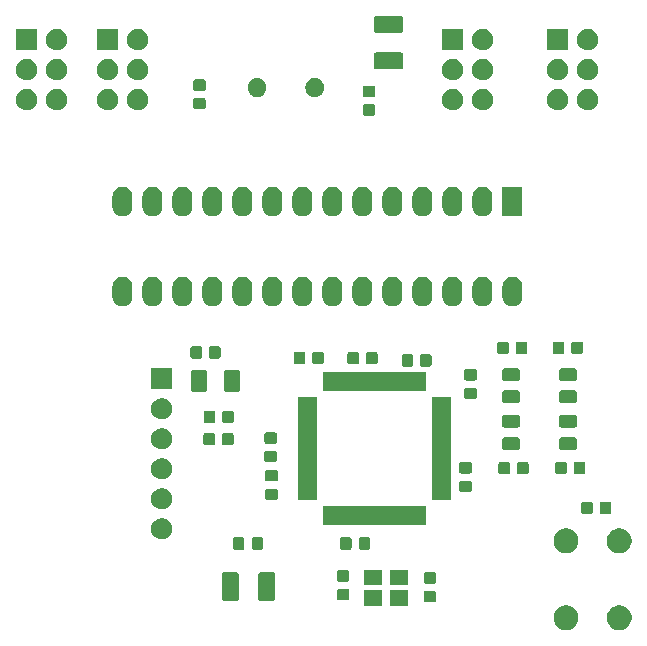
<source format=gbr>
G04 #@! TF.GenerationSoftware,KiCad,Pcbnew,5.1.5+dfsg1-2build2*
G04 #@! TF.CreationDate,2020-09-10T12:50:31-04:00*
G04 #@! TF.ProjectId,multi-avr,6d756c74-692d-4617-9672-2e6b69636164,rev?*
G04 #@! TF.SameCoordinates,Original*
G04 #@! TF.FileFunction,Soldermask,Top*
G04 #@! TF.FilePolarity,Negative*
%FSLAX46Y46*%
G04 Gerber Fmt 4.6, Leading zero omitted, Abs format (unit mm)*
G04 Created by KiCad (PCBNEW 5.1.5+dfsg1-2build2) date 2020-09-10 12:50:31*
%MOMM*%
%LPD*%
G04 APERTURE LIST*
%ADD10C,0.100000*%
G04 APERTURE END LIST*
D10*
G36*
X181892564Y-116165389D02*
G01*
X182083833Y-116244615D01*
X182083835Y-116244616D01*
X182255973Y-116359635D01*
X182402365Y-116506027D01*
X182517385Y-116678167D01*
X182596611Y-116869436D01*
X182637000Y-117072484D01*
X182637000Y-117279516D01*
X182596611Y-117482564D01*
X182517385Y-117673833D01*
X182517384Y-117673835D01*
X182402365Y-117845973D01*
X182255973Y-117992365D01*
X182083835Y-118107384D01*
X182083834Y-118107385D01*
X182083833Y-118107385D01*
X181892564Y-118186611D01*
X181689516Y-118227000D01*
X181482484Y-118227000D01*
X181279436Y-118186611D01*
X181088167Y-118107385D01*
X181088166Y-118107385D01*
X181088165Y-118107384D01*
X180916027Y-117992365D01*
X180769635Y-117845973D01*
X180654616Y-117673835D01*
X180654615Y-117673833D01*
X180575389Y-117482564D01*
X180535000Y-117279516D01*
X180535000Y-117072484D01*
X180575389Y-116869436D01*
X180654615Y-116678167D01*
X180769635Y-116506027D01*
X180916027Y-116359635D01*
X181088165Y-116244616D01*
X181088167Y-116244615D01*
X181279436Y-116165389D01*
X181482484Y-116125000D01*
X181689516Y-116125000D01*
X181892564Y-116165389D01*
G37*
G36*
X177392564Y-116165389D02*
G01*
X177583833Y-116244615D01*
X177583835Y-116244616D01*
X177755973Y-116359635D01*
X177902365Y-116506027D01*
X178017385Y-116678167D01*
X178096611Y-116869436D01*
X178137000Y-117072484D01*
X178137000Y-117279516D01*
X178096611Y-117482564D01*
X178017385Y-117673833D01*
X178017384Y-117673835D01*
X177902365Y-117845973D01*
X177755973Y-117992365D01*
X177583835Y-118107384D01*
X177583834Y-118107385D01*
X177583833Y-118107385D01*
X177392564Y-118186611D01*
X177189516Y-118227000D01*
X176982484Y-118227000D01*
X176779436Y-118186611D01*
X176588167Y-118107385D01*
X176588166Y-118107385D01*
X176588165Y-118107384D01*
X176416027Y-117992365D01*
X176269635Y-117845973D01*
X176154616Y-117673835D01*
X176154615Y-117673833D01*
X176075389Y-117482564D01*
X176035000Y-117279516D01*
X176035000Y-117072484D01*
X176075389Y-116869436D01*
X176154615Y-116678167D01*
X176269635Y-116506027D01*
X176416027Y-116359635D01*
X176588165Y-116244616D01*
X176588167Y-116244615D01*
X176779436Y-116165389D01*
X176982484Y-116125000D01*
X177189516Y-116125000D01*
X177392564Y-116165389D01*
G37*
G36*
X161468000Y-116153000D02*
G01*
X159966000Y-116153000D01*
X159966000Y-114851000D01*
X161468000Y-114851000D01*
X161468000Y-116153000D01*
G37*
G36*
X163668000Y-116153000D02*
G01*
X162166000Y-116153000D01*
X162166000Y-114851000D01*
X163668000Y-114851000D01*
X163668000Y-116153000D01*
G37*
G36*
X165929591Y-114903085D02*
G01*
X165963569Y-114913393D01*
X165994890Y-114930134D01*
X166022339Y-114952661D01*
X166044866Y-114980110D01*
X166061607Y-115011431D01*
X166071915Y-115045409D01*
X166076000Y-115086890D01*
X166076000Y-115688110D01*
X166071915Y-115729591D01*
X166061607Y-115763569D01*
X166044866Y-115794890D01*
X166022339Y-115822339D01*
X165994890Y-115844866D01*
X165963569Y-115861607D01*
X165929591Y-115871915D01*
X165888110Y-115876000D01*
X165211890Y-115876000D01*
X165170409Y-115871915D01*
X165136431Y-115861607D01*
X165105110Y-115844866D01*
X165077661Y-115822339D01*
X165055134Y-115794890D01*
X165038393Y-115763569D01*
X165028085Y-115729591D01*
X165024000Y-115688110D01*
X165024000Y-115086890D01*
X165028085Y-115045409D01*
X165038393Y-115011431D01*
X165055134Y-114980110D01*
X165077661Y-114952661D01*
X165105110Y-114930134D01*
X165136431Y-114913393D01*
X165170409Y-114903085D01*
X165211890Y-114899000D01*
X165888110Y-114899000D01*
X165929591Y-114903085D01*
G37*
G36*
X149221811Y-113328271D02*
G01*
X149257603Y-113339129D01*
X149290595Y-113356763D01*
X149319508Y-113380492D01*
X149343237Y-113409405D01*
X149360871Y-113442397D01*
X149371729Y-113478189D01*
X149376000Y-113521555D01*
X149376000Y-115578445D01*
X149371729Y-115621811D01*
X149360871Y-115657603D01*
X149343237Y-115690595D01*
X149319508Y-115719508D01*
X149290595Y-115743237D01*
X149257603Y-115760871D01*
X149221811Y-115771729D01*
X149178445Y-115776000D01*
X148146555Y-115776000D01*
X148103189Y-115771729D01*
X148067397Y-115760871D01*
X148034405Y-115743237D01*
X148005492Y-115719508D01*
X147981763Y-115690595D01*
X147964129Y-115657603D01*
X147953271Y-115621811D01*
X147949000Y-115578445D01*
X147949000Y-113521555D01*
X147953271Y-113478189D01*
X147964129Y-113442397D01*
X147981763Y-113409405D01*
X148005492Y-113380492D01*
X148034405Y-113356763D01*
X148067397Y-113339129D01*
X148103189Y-113328271D01*
X148146555Y-113324000D01*
X149178445Y-113324000D01*
X149221811Y-113328271D01*
G37*
G36*
X152296811Y-113328271D02*
G01*
X152332603Y-113339129D01*
X152365595Y-113356763D01*
X152394508Y-113380492D01*
X152418237Y-113409405D01*
X152435871Y-113442397D01*
X152446729Y-113478189D01*
X152451000Y-113521555D01*
X152451000Y-115578445D01*
X152446729Y-115621811D01*
X152435871Y-115657603D01*
X152418237Y-115690595D01*
X152394508Y-115719508D01*
X152365595Y-115743237D01*
X152332603Y-115760871D01*
X152296811Y-115771729D01*
X152253445Y-115776000D01*
X151221555Y-115776000D01*
X151178189Y-115771729D01*
X151142397Y-115760871D01*
X151109405Y-115743237D01*
X151080492Y-115719508D01*
X151056763Y-115690595D01*
X151039129Y-115657603D01*
X151028271Y-115621811D01*
X151024000Y-115578445D01*
X151024000Y-113521555D01*
X151028271Y-113478189D01*
X151039129Y-113442397D01*
X151056763Y-113409405D01*
X151080492Y-113380492D01*
X151109405Y-113356763D01*
X151142397Y-113339129D01*
X151178189Y-113328271D01*
X151221555Y-113324000D01*
X152253445Y-113324000D01*
X152296811Y-113328271D01*
G37*
G36*
X158604591Y-114728085D02*
G01*
X158638569Y-114738393D01*
X158669890Y-114755134D01*
X158697339Y-114777661D01*
X158719866Y-114805110D01*
X158736607Y-114836431D01*
X158746915Y-114870409D01*
X158751000Y-114911890D01*
X158751000Y-115513110D01*
X158746915Y-115554591D01*
X158736607Y-115588569D01*
X158719866Y-115619890D01*
X158697339Y-115647339D01*
X158669890Y-115669866D01*
X158638569Y-115686607D01*
X158604591Y-115696915D01*
X158563110Y-115701000D01*
X157886890Y-115701000D01*
X157845409Y-115696915D01*
X157811431Y-115686607D01*
X157780110Y-115669866D01*
X157752661Y-115647339D01*
X157730134Y-115619890D01*
X157713393Y-115588569D01*
X157703085Y-115554591D01*
X157699000Y-115513110D01*
X157699000Y-114911890D01*
X157703085Y-114870409D01*
X157713393Y-114836431D01*
X157730134Y-114805110D01*
X157752661Y-114777661D01*
X157780110Y-114755134D01*
X157811431Y-114738393D01*
X157845409Y-114728085D01*
X157886890Y-114724000D01*
X158563110Y-114724000D01*
X158604591Y-114728085D01*
G37*
G36*
X163668000Y-114453000D02*
G01*
X162166000Y-114453000D01*
X162166000Y-113151000D01*
X163668000Y-113151000D01*
X163668000Y-114453000D01*
G37*
G36*
X161468000Y-114453000D02*
G01*
X159966000Y-114453000D01*
X159966000Y-113151000D01*
X161468000Y-113151000D01*
X161468000Y-114453000D01*
G37*
G36*
X165929591Y-113328085D02*
G01*
X165963569Y-113338393D01*
X165994890Y-113355134D01*
X166022339Y-113377661D01*
X166044866Y-113405110D01*
X166061607Y-113436431D01*
X166071915Y-113470409D01*
X166076000Y-113511890D01*
X166076000Y-114113110D01*
X166071915Y-114154591D01*
X166061607Y-114188569D01*
X166044866Y-114219890D01*
X166022339Y-114247339D01*
X165994890Y-114269866D01*
X165963569Y-114286607D01*
X165929591Y-114296915D01*
X165888110Y-114301000D01*
X165211890Y-114301000D01*
X165170409Y-114296915D01*
X165136431Y-114286607D01*
X165105110Y-114269866D01*
X165077661Y-114247339D01*
X165055134Y-114219890D01*
X165038393Y-114188569D01*
X165028085Y-114154591D01*
X165024000Y-114113110D01*
X165024000Y-113511890D01*
X165028085Y-113470409D01*
X165038393Y-113436431D01*
X165055134Y-113405110D01*
X165077661Y-113377661D01*
X165105110Y-113355134D01*
X165136431Y-113338393D01*
X165170409Y-113328085D01*
X165211890Y-113324000D01*
X165888110Y-113324000D01*
X165929591Y-113328085D01*
G37*
G36*
X158604591Y-113153085D02*
G01*
X158638569Y-113163393D01*
X158669890Y-113180134D01*
X158697339Y-113202661D01*
X158719866Y-113230110D01*
X158736607Y-113261431D01*
X158746915Y-113295409D01*
X158751000Y-113336890D01*
X158751000Y-113938110D01*
X158746915Y-113979591D01*
X158736607Y-114013569D01*
X158719866Y-114044890D01*
X158697339Y-114072339D01*
X158669890Y-114094866D01*
X158638569Y-114111607D01*
X158604591Y-114121915D01*
X158563110Y-114126000D01*
X157886890Y-114126000D01*
X157845409Y-114121915D01*
X157811431Y-114111607D01*
X157780110Y-114094866D01*
X157752661Y-114072339D01*
X157730134Y-114044890D01*
X157713393Y-114013569D01*
X157703085Y-113979591D01*
X157699000Y-113938110D01*
X157699000Y-113336890D01*
X157703085Y-113295409D01*
X157713393Y-113261431D01*
X157730134Y-113230110D01*
X157752661Y-113202661D01*
X157780110Y-113180134D01*
X157811431Y-113163393D01*
X157845409Y-113153085D01*
X157886890Y-113149000D01*
X158563110Y-113149000D01*
X158604591Y-113153085D01*
G37*
G36*
X177392564Y-109665389D02*
G01*
X177583833Y-109744615D01*
X177583835Y-109744616D01*
X177590008Y-109748741D01*
X177755973Y-109859635D01*
X177902365Y-110006027D01*
X178017385Y-110178167D01*
X178096611Y-110369436D01*
X178137000Y-110572484D01*
X178137000Y-110779516D01*
X178096611Y-110982564D01*
X178017385Y-111173833D01*
X178017384Y-111173835D01*
X177902365Y-111345973D01*
X177755973Y-111492365D01*
X177583835Y-111607384D01*
X177583834Y-111607385D01*
X177583833Y-111607385D01*
X177392564Y-111686611D01*
X177189516Y-111727000D01*
X176982484Y-111727000D01*
X176779436Y-111686611D01*
X176588167Y-111607385D01*
X176588166Y-111607385D01*
X176588165Y-111607384D01*
X176416027Y-111492365D01*
X176269635Y-111345973D01*
X176154616Y-111173835D01*
X176154615Y-111173833D01*
X176075389Y-110982564D01*
X176035000Y-110779516D01*
X176035000Y-110572484D01*
X176075389Y-110369436D01*
X176154615Y-110178167D01*
X176269635Y-110006027D01*
X176416027Y-109859635D01*
X176581992Y-109748741D01*
X176588165Y-109744616D01*
X176588167Y-109744615D01*
X176779436Y-109665389D01*
X176982484Y-109625000D01*
X177189516Y-109625000D01*
X177392564Y-109665389D01*
G37*
G36*
X181892564Y-109665389D02*
G01*
X182083833Y-109744615D01*
X182083835Y-109744616D01*
X182090008Y-109748741D01*
X182255973Y-109859635D01*
X182402365Y-110006027D01*
X182517385Y-110178167D01*
X182596611Y-110369436D01*
X182637000Y-110572484D01*
X182637000Y-110779516D01*
X182596611Y-110982564D01*
X182517385Y-111173833D01*
X182517384Y-111173835D01*
X182402365Y-111345973D01*
X182255973Y-111492365D01*
X182083835Y-111607384D01*
X182083834Y-111607385D01*
X182083833Y-111607385D01*
X181892564Y-111686611D01*
X181689516Y-111727000D01*
X181482484Y-111727000D01*
X181279436Y-111686611D01*
X181088167Y-111607385D01*
X181088166Y-111607385D01*
X181088165Y-111607384D01*
X180916027Y-111492365D01*
X180769635Y-111345973D01*
X180654616Y-111173835D01*
X180654615Y-111173833D01*
X180575389Y-110982564D01*
X180535000Y-110779516D01*
X180535000Y-110572484D01*
X180575389Y-110369436D01*
X180654615Y-110178167D01*
X180769635Y-110006027D01*
X180916027Y-109859635D01*
X181081992Y-109748741D01*
X181088165Y-109744616D01*
X181088167Y-109744615D01*
X181279436Y-109665389D01*
X181482484Y-109625000D01*
X181689516Y-109625000D01*
X181892564Y-109665389D01*
G37*
G36*
X158792091Y-110378085D02*
G01*
X158826069Y-110388393D01*
X158857390Y-110405134D01*
X158884839Y-110427661D01*
X158907366Y-110455110D01*
X158924107Y-110486431D01*
X158934415Y-110520409D01*
X158938500Y-110561890D01*
X158938500Y-111238110D01*
X158934415Y-111279591D01*
X158924107Y-111313569D01*
X158907366Y-111344890D01*
X158884839Y-111372339D01*
X158857390Y-111394866D01*
X158826069Y-111411607D01*
X158792091Y-111421915D01*
X158750610Y-111426000D01*
X158149390Y-111426000D01*
X158107909Y-111421915D01*
X158073931Y-111411607D01*
X158042610Y-111394866D01*
X158015161Y-111372339D01*
X157992634Y-111344890D01*
X157975893Y-111313569D01*
X157965585Y-111279591D01*
X157961500Y-111238110D01*
X157961500Y-110561890D01*
X157965585Y-110520409D01*
X157975893Y-110486431D01*
X157992634Y-110455110D01*
X158015161Y-110427661D01*
X158042610Y-110405134D01*
X158073931Y-110388393D01*
X158107909Y-110378085D01*
X158149390Y-110374000D01*
X158750610Y-110374000D01*
X158792091Y-110378085D01*
G37*
G36*
X149717091Y-110378085D02*
G01*
X149751069Y-110388393D01*
X149782390Y-110405134D01*
X149809839Y-110427661D01*
X149832366Y-110455110D01*
X149849107Y-110486431D01*
X149859415Y-110520409D01*
X149863500Y-110561890D01*
X149863500Y-111238110D01*
X149859415Y-111279591D01*
X149849107Y-111313569D01*
X149832366Y-111344890D01*
X149809839Y-111372339D01*
X149782390Y-111394866D01*
X149751069Y-111411607D01*
X149717091Y-111421915D01*
X149675610Y-111426000D01*
X149074390Y-111426000D01*
X149032909Y-111421915D01*
X148998931Y-111411607D01*
X148967610Y-111394866D01*
X148940161Y-111372339D01*
X148917634Y-111344890D01*
X148900893Y-111313569D01*
X148890585Y-111279591D01*
X148886500Y-111238110D01*
X148886500Y-110561890D01*
X148890585Y-110520409D01*
X148900893Y-110486431D01*
X148917634Y-110455110D01*
X148940161Y-110427661D01*
X148967610Y-110405134D01*
X148998931Y-110388393D01*
X149032909Y-110378085D01*
X149074390Y-110374000D01*
X149675610Y-110374000D01*
X149717091Y-110378085D01*
G37*
G36*
X160367091Y-110378085D02*
G01*
X160401069Y-110388393D01*
X160432390Y-110405134D01*
X160459839Y-110427661D01*
X160482366Y-110455110D01*
X160499107Y-110486431D01*
X160509415Y-110520409D01*
X160513500Y-110561890D01*
X160513500Y-111238110D01*
X160509415Y-111279591D01*
X160499107Y-111313569D01*
X160482366Y-111344890D01*
X160459839Y-111372339D01*
X160432390Y-111394866D01*
X160401069Y-111411607D01*
X160367091Y-111421915D01*
X160325610Y-111426000D01*
X159724390Y-111426000D01*
X159682909Y-111421915D01*
X159648931Y-111411607D01*
X159617610Y-111394866D01*
X159590161Y-111372339D01*
X159567634Y-111344890D01*
X159550893Y-111313569D01*
X159540585Y-111279591D01*
X159536500Y-111238110D01*
X159536500Y-110561890D01*
X159540585Y-110520409D01*
X159550893Y-110486431D01*
X159567634Y-110455110D01*
X159590161Y-110427661D01*
X159617610Y-110405134D01*
X159648931Y-110388393D01*
X159682909Y-110378085D01*
X159724390Y-110374000D01*
X160325610Y-110374000D01*
X160367091Y-110378085D01*
G37*
G36*
X151292091Y-110378085D02*
G01*
X151326069Y-110388393D01*
X151357390Y-110405134D01*
X151384839Y-110427661D01*
X151407366Y-110455110D01*
X151424107Y-110486431D01*
X151434415Y-110520409D01*
X151438500Y-110561890D01*
X151438500Y-111238110D01*
X151434415Y-111279591D01*
X151424107Y-111313569D01*
X151407366Y-111344890D01*
X151384839Y-111372339D01*
X151357390Y-111394866D01*
X151326069Y-111411607D01*
X151292091Y-111421915D01*
X151250610Y-111426000D01*
X150649390Y-111426000D01*
X150607909Y-111421915D01*
X150573931Y-111411607D01*
X150542610Y-111394866D01*
X150515161Y-111372339D01*
X150492634Y-111344890D01*
X150475893Y-111313569D01*
X150465585Y-111279591D01*
X150461500Y-111238110D01*
X150461500Y-110561890D01*
X150465585Y-110520409D01*
X150475893Y-110486431D01*
X150492634Y-110455110D01*
X150515161Y-110427661D01*
X150542610Y-110405134D01*
X150573931Y-110388393D01*
X150607909Y-110378085D01*
X150649390Y-110374000D01*
X151250610Y-110374000D01*
X151292091Y-110378085D01*
G37*
G36*
X142964512Y-108763927D02*
G01*
X143113812Y-108793624D01*
X143277784Y-108861544D01*
X143425354Y-108960147D01*
X143550853Y-109085646D01*
X143649456Y-109233216D01*
X143717376Y-109397188D01*
X143752000Y-109571259D01*
X143752000Y-109748741D01*
X143717376Y-109922812D01*
X143649456Y-110086784D01*
X143550853Y-110234354D01*
X143425354Y-110359853D01*
X143277784Y-110458456D01*
X143113812Y-110526376D01*
X142964512Y-110556073D01*
X142939742Y-110561000D01*
X142762258Y-110561000D01*
X142737488Y-110556073D01*
X142588188Y-110526376D01*
X142424216Y-110458456D01*
X142276646Y-110359853D01*
X142151147Y-110234354D01*
X142052544Y-110086784D01*
X141984624Y-109922812D01*
X141950000Y-109748741D01*
X141950000Y-109571259D01*
X141984624Y-109397188D01*
X142052544Y-109233216D01*
X142151147Y-109085646D01*
X142276646Y-108960147D01*
X142424216Y-108861544D01*
X142588188Y-108793624D01*
X142737488Y-108763927D01*
X142762258Y-108759000D01*
X142939742Y-108759000D01*
X142964512Y-108763927D01*
G37*
G36*
X165201000Y-109351000D02*
G01*
X156549000Y-109351000D01*
X156549000Y-107749000D01*
X165201000Y-107749000D01*
X165201000Y-109351000D01*
G37*
G36*
X179192091Y-107353085D02*
G01*
X179226069Y-107363393D01*
X179257390Y-107380134D01*
X179284839Y-107402661D01*
X179307366Y-107430110D01*
X179324107Y-107461431D01*
X179334415Y-107495409D01*
X179338500Y-107536890D01*
X179338500Y-108213110D01*
X179334415Y-108254591D01*
X179324107Y-108288569D01*
X179307366Y-108319890D01*
X179284839Y-108347339D01*
X179257390Y-108369866D01*
X179226069Y-108386607D01*
X179192091Y-108396915D01*
X179150610Y-108401000D01*
X178549390Y-108401000D01*
X178507909Y-108396915D01*
X178473931Y-108386607D01*
X178442610Y-108369866D01*
X178415161Y-108347339D01*
X178392634Y-108319890D01*
X178375893Y-108288569D01*
X178365585Y-108254591D01*
X178361500Y-108213110D01*
X178361500Y-107536890D01*
X178365585Y-107495409D01*
X178375893Y-107461431D01*
X178392634Y-107430110D01*
X178415161Y-107402661D01*
X178442610Y-107380134D01*
X178473931Y-107363393D01*
X178507909Y-107353085D01*
X178549390Y-107349000D01*
X179150610Y-107349000D01*
X179192091Y-107353085D01*
G37*
G36*
X180767091Y-107353085D02*
G01*
X180801069Y-107363393D01*
X180832390Y-107380134D01*
X180859839Y-107402661D01*
X180882366Y-107430110D01*
X180899107Y-107461431D01*
X180909415Y-107495409D01*
X180913500Y-107536890D01*
X180913500Y-108213110D01*
X180909415Y-108254591D01*
X180899107Y-108288569D01*
X180882366Y-108319890D01*
X180859839Y-108347339D01*
X180832390Y-108369866D01*
X180801069Y-108386607D01*
X180767091Y-108396915D01*
X180725610Y-108401000D01*
X180124390Y-108401000D01*
X180082909Y-108396915D01*
X180048931Y-108386607D01*
X180017610Y-108369866D01*
X179990161Y-108347339D01*
X179967634Y-108319890D01*
X179950893Y-108288569D01*
X179940585Y-108254591D01*
X179936500Y-108213110D01*
X179936500Y-107536890D01*
X179940585Y-107495409D01*
X179950893Y-107461431D01*
X179967634Y-107430110D01*
X179990161Y-107402661D01*
X180017610Y-107380134D01*
X180048931Y-107363393D01*
X180082909Y-107353085D01*
X180124390Y-107349000D01*
X180725610Y-107349000D01*
X180767091Y-107353085D01*
G37*
G36*
X142964512Y-106223927D02*
G01*
X143113812Y-106253624D01*
X143277784Y-106321544D01*
X143425354Y-106420147D01*
X143550853Y-106545646D01*
X143649456Y-106693216D01*
X143717376Y-106857188D01*
X143742152Y-106981750D01*
X143751631Y-107029401D01*
X143752000Y-107031259D01*
X143752000Y-107208741D01*
X143717376Y-107382812D01*
X143649456Y-107546784D01*
X143550853Y-107694354D01*
X143425354Y-107819853D01*
X143277784Y-107918456D01*
X143113812Y-107986376D01*
X142964512Y-108016073D01*
X142939742Y-108021000D01*
X142762258Y-108021000D01*
X142737488Y-108016073D01*
X142588188Y-107986376D01*
X142424216Y-107918456D01*
X142276646Y-107819853D01*
X142151147Y-107694354D01*
X142052544Y-107546784D01*
X141984624Y-107382812D01*
X141950000Y-107208741D01*
X141950000Y-107031259D01*
X141950370Y-107029401D01*
X141959848Y-106981750D01*
X141984624Y-106857188D01*
X142052544Y-106693216D01*
X142151147Y-106545646D01*
X142276646Y-106420147D01*
X142424216Y-106321544D01*
X142588188Y-106253624D01*
X142737488Y-106223927D01*
X142762258Y-106219000D01*
X142939742Y-106219000D01*
X142964512Y-106223927D01*
G37*
G36*
X152529591Y-106253085D02*
G01*
X152563569Y-106263393D01*
X152594890Y-106280134D01*
X152622339Y-106302661D01*
X152644866Y-106330110D01*
X152661607Y-106361431D01*
X152671915Y-106395409D01*
X152676000Y-106436890D01*
X152676000Y-107038110D01*
X152671915Y-107079591D01*
X152661607Y-107113569D01*
X152644866Y-107144890D01*
X152622339Y-107172339D01*
X152594890Y-107194866D01*
X152563569Y-107211607D01*
X152529591Y-107221915D01*
X152488110Y-107226000D01*
X151811890Y-107226000D01*
X151770409Y-107221915D01*
X151736431Y-107211607D01*
X151705110Y-107194866D01*
X151677661Y-107172339D01*
X151655134Y-107144890D01*
X151638393Y-107113569D01*
X151628085Y-107079591D01*
X151624000Y-107038110D01*
X151624000Y-106436890D01*
X151628085Y-106395409D01*
X151638393Y-106361431D01*
X151655134Y-106330110D01*
X151677661Y-106302661D01*
X151705110Y-106280134D01*
X151736431Y-106263393D01*
X151770409Y-106253085D01*
X151811890Y-106249000D01*
X152488110Y-106249000D01*
X152529591Y-106253085D01*
G37*
G36*
X155976000Y-107176000D02*
G01*
X154374000Y-107176000D01*
X154374000Y-98524000D01*
X155976000Y-98524000D01*
X155976000Y-107176000D01*
G37*
G36*
X167376000Y-107176000D02*
G01*
X165774000Y-107176000D01*
X165774000Y-98524000D01*
X167376000Y-98524000D01*
X167376000Y-107176000D01*
G37*
G36*
X168954591Y-105578085D02*
G01*
X168988569Y-105588393D01*
X169019890Y-105605134D01*
X169047339Y-105627661D01*
X169069866Y-105655110D01*
X169086607Y-105686431D01*
X169096915Y-105720409D01*
X169101000Y-105761890D01*
X169101000Y-106363110D01*
X169096915Y-106404591D01*
X169086607Y-106438569D01*
X169069866Y-106469890D01*
X169047339Y-106497339D01*
X169019890Y-106519866D01*
X168988569Y-106536607D01*
X168954591Y-106546915D01*
X168913110Y-106551000D01*
X168236890Y-106551000D01*
X168195409Y-106546915D01*
X168161431Y-106536607D01*
X168130110Y-106519866D01*
X168102661Y-106497339D01*
X168080134Y-106469890D01*
X168063393Y-106438569D01*
X168053085Y-106404591D01*
X168049000Y-106363110D01*
X168049000Y-105761890D01*
X168053085Y-105720409D01*
X168063393Y-105686431D01*
X168080134Y-105655110D01*
X168102661Y-105627661D01*
X168130110Y-105605134D01*
X168161431Y-105588393D01*
X168195409Y-105578085D01*
X168236890Y-105574000D01*
X168913110Y-105574000D01*
X168954591Y-105578085D01*
G37*
G36*
X152529591Y-104678085D02*
G01*
X152563569Y-104688393D01*
X152594890Y-104705134D01*
X152622339Y-104727661D01*
X152644866Y-104755110D01*
X152661607Y-104786431D01*
X152671915Y-104820409D01*
X152676000Y-104861890D01*
X152676000Y-105463110D01*
X152671915Y-105504591D01*
X152661607Y-105538569D01*
X152644866Y-105569890D01*
X152622339Y-105597339D01*
X152594890Y-105619866D01*
X152563569Y-105636607D01*
X152529591Y-105646915D01*
X152488110Y-105651000D01*
X151811890Y-105651000D01*
X151770409Y-105646915D01*
X151736431Y-105636607D01*
X151705110Y-105619866D01*
X151677661Y-105597339D01*
X151655134Y-105569890D01*
X151638393Y-105538569D01*
X151628085Y-105504591D01*
X151624000Y-105463110D01*
X151624000Y-104861890D01*
X151628085Y-104820409D01*
X151638393Y-104786431D01*
X151655134Y-104755110D01*
X151677661Y-104727661D01*
X151705110Y-104705134D01*
X151736431Y-104688393D01*
X151770409Y-104678085D01*
X151811890Y-104674000D01*
X152488110Y-104674000D01*
X152529591Y-104678085D01*
G37*
G36*
X142964512Y-103683927D02*
G01*
X143113812Y-103713624D01*
X143277784Y-103781544D01*
X143425354Y-103880147D01*
X143550853Y-104005646D01*
X143649456Y-104153216D01*
X143717376Y-104317188D01*
X143747073Y-104466488D01*
X143752000Y-104491258D01*
X143752000Y-104668742D01*
X143748091Y-104688393D01*
X143717376Y-104842812D01*
X143649456Y-105006784D01*
X143550853Y-105154354D01*
X143425354Y-105279853D01*
X143277784Y-105378456D01*
X143113812Y-105446376D01*
X142964512Y-105476073D01*
X142939742Y-105481000D01*
X142762258Y-105481000D01*
X142737488Y-105476073D01*
X142588188Y-105446376D01*
X142424216Y-105378456D01*
X142276646Y-105279853D01*
X142151147Y-105154354D01*
X142052544Y-105006784D01*
X141984624Y-104842812D01*
X141953909Y-104688393D01*
X141950000Y-104668742D01*
X141950000Y-104491258D01*
X141954927Y-104466488D01*
X141984624Y-104317188D01*
X142052544Y-104153216D01*
X142151147Y-104005646D01*
X142276646Y-103880147D01*
X142424216Y-103781544D01*
X142588188Y-103713624D01*
X142737488Y-103683927D01*
X142762258Y-103679000D01*
X142939742Y-103679000D01*
X142964512Y-103683927D01*
G37*
G36*
X172192091Y-104003085D02*
G01*
X172226069Y-104013393D01*
X172257390Y-104030134D01*
X172284839Y-104052661D01*
X172307366Y-104080110D01*
X172324107Y-104111431D01*
X172334415Y-104145409D01*
X172338500Y-104186890D01*
X172338500Y-104863110D01*
X172334415Y-104904591D01*
X172324107Y-104938569D01*
X172307366Y-104969890D01*
X172284839Y-104997339D01*
X172257390Y-105019866D01*
X172226069Y-105036607D01*
X172192091Y-105046915D01*
X172150610Y-105051000D01*
X171549390Y-105051000D01*
X171507909Y-105046915D01*
X171473931Y-105036607D01*
X171442610Y-105019866D01*
X171415161Y-104997339D01*
X171392634Y-104969890D01*
X171375893Y-104938569D01*
X171365585Y-104904591D01*
X171361500Y-104863110D01*
X171361500Y-104186890D01*
X171365585Y-104145409D01*
X171375893Y-104111431D01*
X171392634Y-104080110D01*
X171415161Y-104052661D01*
X171442610Y-104030134D01*
X171473931Y-104013393D01*
X171507909Y-104003085D01*
X171549390Y-103999000D01*
X172150610Y-103999000D01*
X172192091Y-104003085D01*
G37*
G36*
X173767091Y-104003085D02*
G01*
X173801069Y-104013393D01*
X173832390Y-104030134D01*
X173859839Y-104052661D01*
X173882366Y-104080110D01*
X173899107Y-104111431D01*
X173909415Y-104145409D01*
X173913500Y-104186890D01*
X173913500Y-104863110D01*
X173909415Y-104904591D01*
X173899107Y-104938569D01*
X173882366Y-104969890D01*
X173859839Y-104997339D01*
X173832390Y-105019866D01*
X173801069Y-105036607D01*
X173767091Y-105046915D01*
X173725610Y-105051000D01*
X173124390Y-105051000D01*
X173082909Y-105046915D01*
X173048931Y-105036607D01*
X173017610Y-105019866D01*
X172990161Y-104997339D01*
X172967634Y-104969890D01*
X172950893Y-104938569D01*
X172940585Y-104904591D01*
X172936500Y-104863110D01*
X172936500Y-104186890D01*
X172940585Y-104145409D01*
X172950893Y-104111431D01*
X172967634Y-104080110D01*
X172990161Y-104052661D01*
X173017610Y-104030134D01*
X173048931Y-104013393D01*
X173082909Y-104003085D01*
X173124390Y-103999000D01*
X173725610Y-103999000D01*
X173767091Y-104003085D01*
G37*
G36*
X178579591Y-103978085D02*
G01*
X178613569Y-103988393D01*
X178644890Y-104005134D01*
X178672339Y-104027661D01*
X178694866Y-104055110D01*
X178711607Y-104086431D01*
X178721915Y-104120409D01*
X178726000Y-104161890D01*
X178726000Y-104838110D01*
X178721915Y-104879591D01*
X178711607Y-104913569D01*
X178694866Y-104944890D01*
X178672339Y-104972339D01*
X178644890Y-104994866D01*
X178613569Y-105011607D01*
X178579591Y-105021915D01*
X178538110Y-105026000D01*
X177936890Y-105026000D01*
X177895409Y-105021915D01*
X177861431Y-105011607D01*
X177830110Y-104994866D01*
X177802661Y-104972339D01*
X177780134Y-104944890D01*
X177763393Y-104913569D01*
X177753085Y-104879591D01*
X177749000Y-104838110D01*
X177749000Y-104161890D01*
X177753085Y-104120409D01*
X177763393Y-104086431D01*
X177780134Y-104055110D01*
X177802661Y-104027661D01*
X177830110Y-104005134D01*
X177861431Y-103988393D01*
X177895409Y-103978085D01*
X177936890Y-103974000D01*
X178538110Y-103974000D01*
X178579591Y-103978085D01*
G37*
G36*
X177004591Y-103978085D02*
G01*
X177038569Y-103988393D01*
X177069890Y-104005134D01*
X177097339Y-104027661D01*
X177119866Y-104055110D01*
X177136607Y-104086431D01*
X177146915Y-104120409D01*
X177151000Y-104161890D01*
X177151000Y-104838110D01*
X177146915Y-104879591D01*
X177136607Y-104913569D01*
X177119866Y-104944890D01*
X177097339Y-104972339D01*
X177069890Y-104994866D01*
X177038569Y-105011607D01*
X177004591Y-105021915D01*
X176963110Y-105026000D01*
X176361890Y-105026000D01*
X176320409Y-105021915D01*
X176286431Y-105011607D01*
X176255110Y-104994866D01*
X176227661Y-104972339D01*
X176205134Y-104944890D01*
X176188393Y-104913569D01*
X176178085Y-104879591D01*
X176174000Y-104838110D01*
X176174000Y-104161890D01*
X176178085Y-104120409D01*
X176188393Y-104086431D01*
X176205134Y-104055110D01*
X176227661Y-104027661D01*
X176255110Y-104005134D01*
X176286431Y-103988393D01*
X176320409Y-103978085D01*
X176361890Y-103974000D01*
X176963110Y-103974000D01*
X177004591Y-103978085D01*
G37*
G36*
X168954591Y-104003085D02*
G01*
X168988569Y-104013393D01*
X169019890Y-104030134D01*
X169047339Y-104052661D01*
X169069866Y-104080110D01*
X169086607Y-104111431D01*
X169096915Y-104145409D01*
X169101000Y-104186890D01*
X169101000Y-104788110D01*
X169096915Y-104829591D01*
X169086607Y-104863569D01*
X169069866Y-104894890D01*
X169047339Y-104922339D01*
X169019890Y-104944866D01*
X168988569Y-104961607D01*
X168954591Y-104971915D01*
X168913110Y-104976000D01*
X168236890Y-104976000D01*
X168195409Y-104971915D01*
X168161431Y-104961607D01*
X168130110Y-104944866D01*
X168102661Y-104922339D01*
X168080134Y-104894890D01*
X168063393Y-104863569D01*
X168053085Y-104829591D01*
X168049000Y-104788110D01*
X168049000Y-104186890D01*
X168053085Y-104145409D01*
X168063393Y-104111431D01*
X168080134Y-104080110D01*
X168102661Y-104052661D01*
X168130110Y-104030134D01*
X168161431Y-104013393D01*
X168195409Y-104003085D01*
X168236890Y-103999000D01*
X168913110Y-103999000D01*
X168954591Y-104003085D01*
G37*
G36*
X152454591Y-103053085D02*
G01*
X152488569Y-103063393D01*
X152519890Y-103080134D01*
X152547339Y-103102661D01*
X152569866Y-103130110D01*
X152586607Y-103161431D01*
X152596915Y-103195409D01*
X152601000Y-103236890D01*
X152601000Y-103838110D01*
X152596915Y-103879591D01*
X152586607Y-103913569D01*
X152569866Y-103944890D01*
X152547339Y-103972339D01*
X152519890Y-103994866D01*
X152488569Y-104011607D01*
X152454591Y-104021915D01*
X152413110Y-104026000D01*
X151736890Y-104026000D01*
X151695409Y-104021915D01*
X151661431Y-104011607D01*
X151630110Y-103994866D01*
X151602661Y-103972339D01*
X151580134Y-103944890D01*
X151563393Y-103913569D01*
X151553085Y-103879591D01*
X151549000Y-103838110D01*
X151549000Y-103236890D01*
X151553085Y-103195409D01*
X151563393Y-103161431D01*
X151580134Y-103130110D01*
X151602661Y-103102661D01*
X151630110Y-103080134D01*
X151661431Y-103063393D01*
X151695409Y-103053085D01*
X151736890Y-103049000D01*
X152413110Y-103049000D01*
X152454591Y-103053085D01*
G37*
G36*
X173013468Y-101897565D02*
G01*
X173052138Y-101909296D01*
X173087777Y-101928346D01*
X173119017Y-101953983D01*
X173144654Y-101985223D01*
X173163704Y-102020862D01*
X173175435Y-102059532D01*
X173180000Y-102105888D01*
X173180000Y-102757112D01*
X173175435Y-102803468D01*
X173163704Y-102842138D01*
X173144654Y-102877777D01*
X173119017Y-102909017D01*
X173087777Y-102934654D01*
X173052138Y-102953704D01*
X173013468Y-102965435D01*
X172967112Y-102970000D01*
X171890888Y-102970000D01*
X171844532Y-102965435D01*
X171805862Y-102953704D01*
X171770223Y-102934654D01*
X171738983Y-102909017D01*
X171713346Y-102877777D01*
X171694296Y-102842138D01*
X171682565Y-102803468D01*
X171678000Y-102757112D01*
X171678000Y-102105888D01*
X171682565Y-102059532D01*
X171694296Y-102020862D01*
X171713346Y-101985223D01*
X171738983Y-101953983D01*
X171770223Y-101928346D01*
X171805862Y-101909296D01*
X171844532Y-101897565D01*
X171890888Y-101893000D01*
X172967112Y-101893000D01*
X173013468Y-101897565D01*
G37*
G36*
X177839468Y-101897565D02*
G01*
X177878138Y-101909296D01*
X177913777Y-101928346D01*
X177945017Y-101953983D01*
X177970654Y-101985223D01*
X177989704Y-102020862D01*
X178001435Y-102059532D01*
X178006000Y-102105888D01*
X178006000Y-102757112D01*
X178001435Y-102803468D01*
X177989704Y-102842138D01*
X177970654Y-102877777D01*
X177945017Y-102909017D01*
X177913777Y-102934654D01*
X177878138Y-102953704D01*
X177839468Y-102965435D01*
X177793112Y-102970000D01*
X176716888Y-102970000D01*
X176670532Y-102965435D01*
X176631862Y-102953704D01*
X176596223Y-102934654D01*
X176564983Y-102909017D01*
X176539346Y-102877777D01*
X176520296Y-102842138D01*
X176508565Y-102803468D01*
X176504000Y-102757112D01*
X176504000Y-102105888D01*
X176508565Y-102059532D01*
X176520296Y-102020862D01*
X176539346Y-101985223D01*
X176564983Y-101953983D01*
X176596223Y-101928346D01*
X176631862Y-101909296D01*
X176670532Y-101897565D01*
X176716888Y-101893000D01*
X177793112Y-101893000D01*
X177839468Y-101897565D01*
G37*
G36*
X142964512Y-101143927D02*
G01*
X143113812Y-101173624D01*
X143277784Y-101241544D01*
X143425354Y-101340147D01*
X143550853Y-101465646D01*
X143649456Y-101613216D01*
X143717376Y-101777188D01*
X143752000Y-101951259D01*
X143752000Y-102128741D01*
X143717376Y-102302812D01*
X143649456Y-102466784D01*
X143550853Y-102614354D01*
X143425354Y-102739853D01*
X143277784Y-102838456D01*
X143113812Y-102906376D01*
X142971645Y-102934654D01*
X142939742Y-102941000D01*
X142762258Y-102941000D01*
X142730355Y-102934654D01*
X142588188Y-102906376D01*
X142424216Y-102838456D01*
X142276646Y-102739853D01*
X142151147Y-102614354D01*
X142052544Y-102466784D01*
X141984624Y-102302812D01*
X141950000Y-102128741D01*
X141950000Y-101951259D01*
X141984624Y-101777188D01*
X142052544Y-101613216D01*
X142151147Y-101465646D01*
X142276646Y-101340147D01*
X142424216Y-101241544D01*
X142588188Y-101173624D01*
X142737488Y-101143927D01*
X142762258Y-101139000D01*
X142939742Y-101139000D01*
X142964512Y-101143927D01*
G37*
G36*
X147217091Y-101553085D02*
G01*
X147251069Y-101563393D01*
X147282390Y-101580134D01*
X147309839Y-101602661D01*
X147332366Y-101630110D01*
X147349107Y-101661431D01*
X147359415Y-101695409D01*
X147363500Y-101736890D01*
X147363500Y-102413110D01*
X147359415Y-102454591D01*
X147349107Y-102488569D01*
X147332366Y-102519890D01*
X147309839Y-102547339D01*
X147282390Y-102569866D01*
X147251069Y-102586607D01*
X147217091Y-102596915D01*
X147175610Y-102601000D01*
X146574390Y-102601000D01*
X146532909Y-102596915D01*
X146498931Y-102586607D01*
X146467610Y-102569866D01*
X146440161Y-102547339D01*
X146417634Y-102519890D01*
X146400893Y-102488569D01*
X146390585Y-102454591D01*
X146386500Y-102413110D01*
X146386500Y-101736890D01*
X146390585Y-101695409D01*
X146400893Y-101661431D01*
X146417634Y-101630110D01*
X146440161Y-101602661D01*
X146467610Y-101580134D01*
X146498931Y-101563393D01*
X146532909Y-101553085D01*
X146574390Y-101549000D01*
X147175610Y-101549000D01*
X147217091Y-101553085D01*
G37*
G36*
X148792091Y-101553085D02*
G01*
X148826069Y-101563393D01*
X148857390Y-101580134D01*
X148884839Y-101602661D01*
X148907366Y-101630110D01*
X148924107Y-101661431D01*
X148934415Y-101695409D01*
X148938500Y-101736890D01*
X148938500Y-102413110D01*
X148934415Y-102454591D01*
X148924107Y-102488569D01*
X148907366Y-102519890D01*
X148884839Y-102547339D01*
X148857390Y-102569866D01*
X148826069Y-102586607D01*
X148792091Y-102596915D01*
X148750610Y-102601000D01*
X148149390Y-102601000D01*
X148107909Y-102596915D01*
X148073931Y-102586607D01*
X148042610Y-102569866D01*
X148015161Y-102547339D01*
X147992634Y-102519890D01*
X147975893Y-102488569D01*
X147965585Y-102454591D01*
X147961500Y-102413110D01*
X147961500Y-101736890D01*
X147965585Y-101695409D01*
X147975893Y-101661431D01*
X147992634Y-101630110D01*
X148015161Y-101602661D01*
X148042610Y-101580134D01*
X148073931Y-101563393D01*
X148107909Y-101553085D01*
X148149390Y-101549000D01*
X148750610Y-101549000D01*
X148792091Y-101553085D01*
G37*
G36*
X152454591Y-101478085D02*
G01*
X152488569Y-101488393D01*
X152519890Y-101505134D01*
X152547339Y-101527661D01*
X152569866Y-101555110D01*
X152586607Y-101586431D01*
X152596915Y-101620409D01*
X152601000Y-101661890D01*
X152601000Y-102263110D01*
X152596915Y-102304591D01*
X152586607Y-102338569D01*
X152569866Y-102369890D01*
X152547339Y-102397339D01*
X152519890Y-102419866D01*
X152488569Y-102436607D01*
X152454591Y-102446915D01*
X152413110Y-102451000D01*
X151736890Y-102451000D01*
X151695409Y-102446915D01*
X151661431Y-102436607D01*
X151630110Y-102419866D01*
X151602661Y-102397339D01*
X151580134Y-102369890D01*
X151563393Y-102338569D01*
X151553085Y-102304591D01*
X151549000Y-102263110D01*
X151549000Y-101661890D01*
X151553085Y-101620409D01*
X151563393Y-101586431D01*
X151580134Y-101555110D01*
X151602661Y-101527661D01*
X151630110Y-101505134D01*
X151661431Y-101488393D01*
X151695409Y-101478085D01*
X151736890Y-101474000D01*
X152413110Y-101474000D01*
X152454591Y-101478085D01*
G37*
G36*
X177839468Y-100022565D02*
G01*
X177878138Y-100034296D01*
X177913777Y-100053346D01*
X177945017Y-100078983D01*
X177970654Y-100110223D01*
X177989704Y-100145862D01*
X178001435Y-100184532D01*
X178006000Y-100230888D01*
X178006000Y-100882112D01*
X178001435Y-100928468D01*
X177989704Y-100967138D01*
X177970654Y-101002777D01*
X177945017Y-101034017D01*
X177913777Y-101059654D01*
X177878138Y-101078704D01*
X177839468Y-101090435D01*
X177793112Y-101095000D01*
X176716888Y-101095000D01*
X176670532Y-101090435D01*
X176631862Y-101078704D01*
X176596223Y-101059654D01*
X176564983Y-101034017D01*
X176539346Y-101002777D01*
X176520296Y-100967138D01*
X176508565Y-100928468D01*
X176504000Y-100882112D01*
X176504000Y-100230888D01*
X176508565Y-100184532D01*
X176520296Y-100145862D01*
X176539346Y-100110223D01*
X176564983Y-100078983D01*
X176596223Y-100053346D01*
X176631862Y-100034296D01*
X176670532Y-100022565D01*
X176716888Y-100018000D01*
X177793112Y-100018000D01*
X177839468Y-100022565D01*
G37*
G36*
X173013468Y-100022565D02*
G01*
X173052138Y-100034296D01*
X173087777Y-100053346D01*
X173119017Y-100078983D01*
X173144654Y-100110223D01*
X173163704Y-100145862D01*
X173175435Y-100184532D01*
X173180000Y-100230888D01*
X173180000Y-100882112D01*
X173175435Y-100928468D01*
X173163704Y-100967138D01*
X173144654Y-101002777D01*
X173119017Y-101034017D01*
X173087777Y-101059654D01*
X173052138Y-101078704D01*
X173013468Y-101090435D01*
X172967112Y-101095000D01*
X171890888Y-101095000D01*
X171844532Y-101090435D01*
X171805862Y-101078704D01*
X171770223Y-101059654D01*
X171738983Y-101034017D01*
X171713346Y-101002777D01*
X171694296Y-100967138D01*
X171682565Y-100928468D01*
X171678000Y-100882112D01*
X171678000Y-100230888D01*
X171682565Y-100184532D01*
X171694296Y-100145862D01*
X171713346Y-100110223D01*
X171738983Y-100078983D01*
X171770223Y-100053346D01*
X171805862Y-100034296D01*
X171844532Y-100022565D01*
X171890888Y-100018000D01*
X172967112Y-100018000D01*
X173013468Y-100022565D01*
G37*
G36*
X148817091Y-99653085D02*
G01*
X148851069Y-99663393D01*
X148882390Y-99680134D01*
X148909839Y-99702661D01*
X148932366Y-99730110D01*
X148949107Y-99761431D01*
X148959415Y-99795409D01*
X148963500Y-99836890D01*
X148963500Y-100513110D01*
X148959415Y-100554591D01*
X148949107Y-100588569D01*
X148932366Y-100619890D01*
X148909839Y-100647339D01*
X148882390Y-100669866D01*
X148851069Y-100686607D01*
X148817091Y-100696915D01*
X148775610Y-100701000D01*
X148174390Y-100701000D01*
X148132909Y-100696915D01*
X148098931Y-100686607D01*
X148067610Y-100669866D01*
X148040161Y-100647339D01*
X148017634Y-100619890D01*
X148000893Y-100588569D01*
X147990585Y-100554591D01*
X147986500Y-100513110D01*
X147986500Y-99836890D01*
X147990585Y-99795409D01*
X148000893Y-99761431D01*
X148017634Y-99730110D01*
X148040161Y-99702661D01*
X148067610Y-99680134D01*
X148098931Y-99663393D01*
X148132909Y-99653085D01*
X148174390Y-99649000D01*
X148775610Y-99649000D01*
X148817091Y-99653085D01*
G37*
G36*
X147242091Y-99653085D02*
G01*
X147276069Y-99663393D01*
X147307390Y-99680134D01*
X147334839Y-99702661D01*
X147357366Y-99730110D01*
X147374107Y-99761431D01*
X147384415Y-99795409D01*
X147388500Y-99836890D01*
X147388500Y-100513110D01*
X147384415Y-100554591D01*
X147374107Y-100588569D01*
X147357366Y-100619890D01*
X147334839Y-100647339D01*
X147307390Y-100669866D01*
X147276069Y-100686607D01*
X147242091Y-100696915D01*
X147200610Y-100701000D01*
X146599390Y-100701000D01*
X146557909Y-100696915D01*
X146523931Y-100686607D01*
X146492610Y-100669866D01*
X146465161Y-100647339D01*
X146442634Y-100619890D01*
X146425893Y-100588569D01*
X146415585Y-100554591D01*
X146411500Y-100513110D01*
X146411500Y-99836890D01*
X146415585Y-99795409D01*
X146425893Y-99761431D01*
X146442634Y-99730110D01*
X146465161Y-99702661D01*
X146492610Y-99680134D01*
X146523931Y-99663393D01*
X146557909Y-99653085D01*
X146599390Y-99649000D01*
X147200610Y-99649000D01*
X147242091Y-99653085D01*
G37*
G36*
X142964512Y-98603927D02*
G01*
X143113812Y-98633624D01*
X143277784Y-98701544D01*
X143425354Y-98800147D01*
X143550853Y-98925646D01*
X143649456Y-99073216D01*
X143717376Y-99237188D01*
X143752000Y-99411259D01*
X143752000Y-99588741D01*
X143717376Y-99762812D01*
X143649456Y-99926784D01*
X143550853Y-100074354D01*
X143425354Y-100199853D01*
X143277784Y-100298456D01*
X143113812Y-100366376D01*
X142964512Y-100396073D01*
X142939742Y-100401000D01*
X142762258Y-100401000D01*
X142737488Y-100396073D01*
X142588188Y-100366376D01*
X142424216Y-100298456D01*
X142276646Y-100199853D01*
X142151147Y-100074354D01*
X142052544Y-99926784D01*
X141984624Y-99762812D01*
X141950000Y-99588741D01*
X141950000Y-99411259D01*
X141984624Y-99237188D01*
X142052544Y-99073216D01*
X142151147Y-98925646D01*
X142276646Y-98800147D01*
X142424216Y-98701544D01*
X142588188Y-98633624D01*
X142737488Y-98603927D01*
X142762258Y-98599000D01*
X142939742Y-98599000D01*
X142964512Y-98603927D01*
G37*
G36*
X177839468Y-97931565D02*
G01*
X177878138Y-97943296D01*
X177913777Y-97962346D01*
X177945017Y-97987983D01*
X177970654Y-98019223D01*
X177989704Y-98054862D01*
X178001435Y-98093532D01*
X178006000Y-98139888D01*
X178006000Y-98791112D01*
X178001435Y-98837468D01*
X177989704Y-98876138D01*
X177970654Y-98911777D01*
X177945017Y-98943017D01*
X177913777Y-98968654D01*
X177878138Y-98987704D01*
X177839468Y-98999435D01*
X177793112Y-99004000D01*
X176716888Y-99004000D01*
X176670532Y-98999435D01*
X176631862Y-98987704D01*
X176596223Y-98968654D01*
X176564983Y-98943017D01*
X176539346Y-98911777D01*
X176520296Y-98876138D01*
X176508565Y-98837468D01*
X176504000Y-98791112D01*
X176504000Y-98139888D01*
X176508565Y-98093532D01*
X176520296Y-98054862D01*
X176539346Y-98019223D01*
X176564983Y-97987983D01*
X176596223Y-97962346D01*
X176631862Y-97943296D01*
X176670532Y-97931565D01*
X176716888Y-97927000D01*
X177793112Y-97927000D01*
X177839468Y-97931565D01*
G37*
G36*
X173013468Y-97931565D02*
G01*
X173052138Y-97943296D01*
X173087777Y-97962346D01*
X173119017Y-97987983D01*
X173144654Y-98019223D01*
X173163704Y-98054862D01*
X173175435Y-98093532D01*
X173180000Y-98139888D01*
X173180000Y-98791112D01*
X173175435Y-98837468D01*
X173163704Y-98876138D01*
X173144654Y-98911777D01*
X173119017Y-98943017D01*
X173087777Y-98968654D01*
X173052138Y-98987704D01*
X173013468Y-98999435D01*
X172967112Y-99004000D01*
X171890888Y-99004000D01*
X171844532Y-98999435D01*
X171805862Y-98987704D01*
X171770223Y-98968654D01*
X171738983Y-98943017D01*
X171713346Y-98911777D01*
X171694296Y-98876138D01*
X171682565Y-98837468D01*
X171678000Y-98791112D01*
X171678000Y-98139888D01*
X171682565Y-98093532D01*
X171694296Y-98054862D01*
X171713346Y-98019223D01*
X171738983Y-97987983D01*
X171770223Y-97962346D01*
X171805862Y-97943296D01*
X171844532Y-97931565D01*
X171890888Y-97927000D01*
X172967112Y-97927000D01*
X173013468Y-97931565D01*
G37*
G36*
X169379591Y-97703085D02*
G01*
X169413569Y-97713393D01*
X169444890Y-97730134D01*
X169472339Y-97752661D01*
X169494866Y-97780110D01*
X169511607Y-97811431D01*
X169521915Y-97845409D01*
X169526000Y-97886890D01*
X169526000Y-98488110D01*
X169521915Y-98529591D01*
X169511607Y-98563569D01*
X169494866Y-98594890D01*
X169472339Y-98622339D01*
X169444890Y-98644866D01*
X169413569Y-98661607D01*
X169379591Y-98671915D01*
X169338110Y-98676000D01*
X168661890Y-98676000D01*
X168620409Y-98671915D01*
X168586431Y-98661607D01*
X168555110Y-98644866D01*
X168527661Y-98622339D01*
X168505134Y-98594890D01*
X168488393Y-98563569D01*
X168478085Y-98529591D01*
X168474000Y-98488110D01*
X168474000Y-97886890D01*
X168478085Y-97845409D01*
X168488393Y-97811431D01*
X168505134Y-97780110D01*
X168527661Y-97752661D01*
X168555110Y-97730134D01*
X168586431Y-97713393D01*
X168620409Y-97703085D01*
X168661890Y-97699000D01*
X169338110Y-97699000D01*
X169379591Y-97703085D01*
G37*
G36*
X149318604Y-96203347D02*
G01*
X149355144Y-96214432D01*
X149388821Y-96232433D01*
X149418341Y-96256659D01*
X149442567Y-96286179D01*
X149460568Y-96319856D01*
X149471653Y-96356396D01*
X149476000Y-96400538D01*
X149476000Y-97849462D01*
X149471653Y-97893604D01*
X149460568Y-97930144D01*
X149442567Y-97963821D01*
X149418341Y-97993341D01*
X149388821Y-98017567D01*
X149355144Y-98035568D01*
X149318604Y-98046653D01*
X149274462Y-98051000D01*
X148325538Y-98051000D01*
X148281396Y-98046653D01*
X148244856Y-98035568D01*
X148211179Y-98017567D01*
X148181659Y-97993341D01*
X148157433Y-97963821D01*
X148139432Y-97930144D01*
X148128347Y-97893604D01*
X148124000Y-97849462D01*
X148124000Y-96400538D01*
X148128347Y-96356396D01*
X148139432Y-96319856D01*
X148157433Y-96286179D01*
X148181659Y-96256659D01*
X148211179Y-96232433D01*
X148244856Y-96214432D01*
X148281396Y-96203347D01*
X148325538Y-96199000D01*
X149274462Y-96199000D01*
X149318604Y-96203347D01*
G37*
G36*
X146518604Y-96203347D02*
G01*
X146555144Y-96214432D01*
X146588821Y-96232433D01*
X146618341Y-96256659D01*
X146642567Y-96286179D01*
X146660568Y-96319856D01*
X146671653Y-96356396D01*
X146676000Y-96400538D01*
X146676000Y-97849462D01*
X146671653Y-97893604D01*
X146660568Y-97930144D01*
X146642567Y-97963821D01*
X146618341Y-97993341D01*
X146588821Y-98017567D01*
X146555144Y-98035568D01*
X146518604Y-98046653D01*
X146474462Y-98051000D01*
X145525538Y-98051000D01*
X145481396Y-98046653D01*
X145444856Y-98035568D01*
X145411179Y-98017567D01*
X145381659Y-97993341D01*
X145357433Y-97963821D01*
X145339432Y-97930144D01*
X145328347Y-97893604D01*
X145324000Y-97849462D01*
X145324000Y-96400538D01*
X145328347Y-96356396D01*
X145339432Y-96319856D01*
X145357433Y-96286179D01*
X145381659Y-96256659D01*
X145411179Y-96232433D01*
X145444856Y-96214432D01*
X145481396Y-96203347D01*
X145525538Y-96199000D01*
X146474462Y-96199000D01*
X146518604Y-96203347D01*
G37*
G36*
X165201000Y-97951000D02*
G01*
X156549000Y-97951000D01*
X156549000Y-96349000D01*
X165201000Y-96349000D01*
X165201000Y-97951000D01*
G37*
G36*
X143752000Y-97861000D02*
G01*
X141950000Y-97861000D01*
X141950000Y-96059000D01*
X143752000Y-96059000D01*
X143752000Y-97861000D01*
G37*
G36*
X177839468Y-96056565D02*
G01*
X177878138Y-96068296D01*
X177913777Y-96087346D01*
X177945017Y-96112983D01*
X177970654Y-96144223D01*
X177989704Y-96179862D01*
X178001435Y-96218532D01*
X178006000Y-96264888D01*
X178006000Y-96916112D01*
X178001435Y-96962468D01*
X177989704Y-97001138D01*
X177970654Y-97036777D01*
X177945017Y-97068017D01*
X177913777Y-97093654D01*
X177878138Y-97112704D01*
X177839468Y-97124435D01*
X177793112Y-97129000D01*
X176716888Y-97129000D01*
X176670532Y-97124435D01*
X176631862Y-97112704D01*
X176596223Y-97093654D01*
X176564983Y-97068017D01*
X176539346Y-97036777D01*
X176520296Y-97001138D01*
X176508565Y-96962468D01*
X176504000Y-96916112D01*
X176504000Y-96264888D01*
X176508565Y-96218532D01*
X176520296Y-96179862D01*
X176539346Y-96144223D01*
X176564983Y-96112983D01*
X176596223Y-96087346D01*
X176631862Y-96068296D01*
X176670532Y-96056565D01*
X176716888Y-96052000D01*
X177793112Y-96052000D01*
X177839468Y-96056565D01*
G37*
G36*
X173013468Y-96056565D02*
G01*
X173052138Y-96068296D01*
X173087777Y-96087346D01*
X173119017Y-96112983D01*
X173144654Y-96144223D01*
X173163704Y-96179862D01*
X173175435Y-96218532D01*
X173180000Y-96264888D01*
X173180000Y-96916112D01*
X173175435Y-96962468D01*
X173163704Y-97001138D01*
X173144654Y-97036777D01*
X173119017Y-97068017D01*
X173087777Y-97093654D01*
X173052138Y-97112704D01*
X173013468Y-97124435D01*
X172967112Y-97129000D01*
X171890888Y-97129000D01*
X171844532Y-97124435D01*
X171805862Y-97112704D01*
X171770223Y-97093654D01*
X171738983Y-97068017D01*
X171713346Y-97036777D01*
X171694296Y-97001138D01*
X171682565Y-96962468D01*
X171678000Y-96916112D01*
X171678000Y-96264888D01*
X171682565Y-96218532D01*
X171694296Y-96179862D01*
X171713346Y-96144223D01*
X171738983Y-96112983D01*
X171770223Y-96087346D01*
X171805862Y-96068296D01*
X171844532Y-96056565D01*
X171890888Y-96052000D01*
X172967112Y-96052000D01*
X173013468Y-96056565D01*
G37*
G36*
X169379591Y-96128085D02*
G01*
X169413569Y-96138393D01*
X169444890Y-96155134D01*
X169472339Y-96177661D01*
X169494866Y-96205110D01*
X169511607Y-96236431D01*
X169521915Y-96270409D01*
X169526000Y-96311890D01*
X169526000Y-96913110D01*
X169521915Y-96954591D01*
X169511607Y-96988569D01*
X169494866Y-97019890D01*
X169472339Y-97047339D01*
X169444890Y-97069866D01*
X169413569Y-97086607D01*
X169379591Y-97096915D01*
X169338110Y-97101000D01*
X168661890Y-97101000D01*
X168620409Y-97096915D01*
X168586431Y-97086607D01*
X168555110Y-97069866D01*
X168527661Y-97047339D01*
X168505134Y-97019890D01*
X168488393Y-96988569D01*
X168478085Y-96954591D01*
X168474000Y-96913110D01*
X168474000Y-96311890D01*
X168478085Y-96270409D01*
X168488393Y-96236431D01*
X168505134Y-96205110D01*
X168527661Y-96177661D01*
X168555110Y-96155134D01*
X168586431Y-96138393D01*
X168620409Y-96128085D01*
X168661890Y-96124000D01*
X169338110Y-96124000D01*
X169379591Y-96128085D01*
G37*
G36*
X163989591Y-94878085D02*
G01*
X164023569Y-94888393D01*
X164054890Y-94905134D01*
X164082339Y-94927661D01*
X164104866Y-94955110D01*
X164121607Y-94986431D01*
X164131915Y-95020409D01*
X164136000Y-95061890D01*
X164136000Y-95738110D01*
X164131915Y-95779591D01*
X164121607Y-95813569D01*
X164104866Y-95844890D01*
X164082339Y-95872339D01*
X164054890Y-95894866D01*
X164023569Y-95911607D01*
X163989591Y-95921915D01*
X163948110Y-95926000D01*
X163346890Y-95926000D01*
X163305409Y-95921915D01*
X163271431Y-95911607D01*
X163240110Y-95894866D01*
X163212661Y-95872339D01*
X163190134Y-95844890D01*
X163173393Y-95813569D01*
X163163085Y-95779591D01*
X163159000Y-95738110D01*
X163159000Y-95061890D01*
X163163085Y-95020409D01*
X163173393Y-94986431D01*
X163190134Y-94955110D01*
X163212661Y-94927661D01*
X163240110Y-94905134D01*
X163271431Y-94888393D01*
X163305409Y-94878085D01*
X163346890Y-94874000D01*
X163948110Y-94874000D01*
X163989591Y-94878085D01*
G37*
G36*
X165564591Y-94878085D02*
G01*
X165598569Y-94888393D01*
X165629890Y-94905134D01*
X165657339Y-94927661D01*
X165679866Y-94955110D01*
X165696607Y-94986431D01*
X165706915Y-95020409D01*
X165711000Y-95061890D01*
X165711000Y-95738110D01*
X165706915Y-95779591D01*
X165696607Y-95813569D01*
X165679866Y-95844890D01*
X165657339Y-95872339D01*
X165629890Y-95894866D01*
X165598569Y-95911607D01*
X165564591Y-95921915D01*
X165523110Y-95926000D01*
X164921890Y-95926000D01*
X164880409Y-95921915D01*
X164846431Y-95911607D01*
X164815110Y-95894866D01*
X164787661Y-95872339D01*
X164765134Y-95844890D01*
X164748393Y-95813569D01*
X164738085Y-95779591D01*
X164734000Y-95738110D01*
X164734000Y-95061890D01*
X164738085Y-95020409D01*
X164748393Y-94986431D01*
X164765134Y-94955110D01*
X164787661Y-94927661D01*
X164815110Y-94905134D01*
X164846431Y-94888393D01*
X164880409Y-94878085D01*
X164921890Y-94874000D01*
X165523110Y-94874000D01*
X165564591Y-94878085D01*
G37*
G36*
X156429591Y-94678085D02*
G01*
X156463569Y-94688393D01*
X156494890Y-94705134D01*
X156522339Y-94727661D01*
X156544866Y-94755110D01*
X156561607Y-94786431D01*
X156571915Y-94820409D01*
X156576000Y-94861890D01*
X156576000Y-95538110D01*
X156571915Y-95579591D01*
X156561607Y-95613569D01*
X156544866Y-95644890D01*
X156522339Y-95672339D01*
X156494890Y-95694866D01*
X156463569Y-95711607D01*
X156429591Y-95721915D01*
X156388110Y-95726000D01*
X155786890Y-95726000D01*
X155745409Y-95721915D01*
X155711431Y-95711607D01*
X155680110Y-95694866D01*
X155652661Y-95672339D01*
X155630134Y-95644890D01*
X155613393Y-95613569D01*
X155603085Y-95579591D01*
X155599000Y-95538110D01*
X155599000Y-94861890D01*
X155603085Y-94820409D01*
X155613393Y-94786431D01*
X155630134Y-94755110D01*
X155652661Y-94727661D01*
X155680110Y-94705134D01*
X155711431Y-94688393D01*
X155745409Y-94678085D01*
X155786890Y-94674000D01*
X156388110Y-94674000D01*
X156429591Y-94678085D01*
G37*
G36*
X154854591Y-94678085D02*
G01*
X154888569Y-94688393D01*
X154919890Y-94705134D01*
X154947339Y-94727661D01*
X154969866Y-94755110D01*
X154986607Y-94786431D01*
X154996915Y-94820409D01*
X155001000Y-94861890D01*
X155001000Y-95538110D01*
X154996915Y-95579591D01*
X154986607Y-95613569D01*
X154969866Y-95644890D01*
X154947339Y-95672339D01*
X154919890Y-95694866D01*
X154888569Y-95711607D01*
X154854591Y-95721915D01*
X154813110Y-95726000D01*
X154211890Y-95726000D01*
X154170409Y-95721915D01*
X154136431Y-95711607D01*
X154105110Y-95694866D01*
X154077661Y-95672339D01*
X154055134Y-95644890D01*
X154038393Y-95613569D01*
X154028085Y-95579591D01*
X154024000Y-95538110D01*
X154024000Y-94861890D01*
X154028085Y-94820409D01*
X154038393Y-94786431D01*
X154055134Y-94755110D01*
X154077661Y-94727661D01*
X154105110Y-94705134D01*
X154136431Y-94688393D01*
X154170409Y-94678085D01*
X154211890Y-94674000D01*
X154813110Y-94674000D01*
X154854591Y-94678085D01*
G37*
G36*
X160979591Y-94678085D02*
G01*
X161013569Y-94688393D01*
X161044890Y-94705134D01*
X161072339Y-94727661D01*
X161094866Y-94755110D01*
X161111607Y-94786431D01*
X161121915Y-94820409D01*
X161126000Y-94861890D01*
X161126000Y-95538110D01*
X161121915Y-95579591D01*
X161111607Y-95613569D01*
X161094866Y-95644890D01*
X161072339Y-95672339D01*
X161044890Y-95694866D01*
X161013569Y-95711607D01*
X160979591Y-95721915D01*
X160938110Y-95726000D01*
X160336890Y-95726000D01*
X160295409Y-95721915D01*
X160261431Y-95711607D01*
X160230110Y-95694866D01*
X160202661Y-95672339D01*
X160180134Y-95644890D01*
X160163393Y-95613569D01*
X160153085Y-95579591D01*
X160149000Y-95538110D01*
X160149000Y-94861890D01*
X160153085Y-94820409D01*
X160163393Y-94786431D01*
X160180134Y-94755110D01*
X160202661Y-94727661D01*
X160230110Y-94705134D01*
X160261431Y-94688393D01*
X160295409Y-94678085D01*
X160336890Y-94674000D01*
X160938110Y-94674000D01*
X160979591Y-94678085D01*
G37*
G36*
X159404591Y-94678085D02*
G01*
X159438569Y-94688393D01*
X159469890Y-94705134D01*
X159497339Y-94727661D01*
X159519866Y-94755110D01*
X159536607Y-94786431D01*
X159546915Y-94820409D01*
X159551000Y-94861890D01*
X159551000Y-95538110D01*
X159546915Y-95579591D01*
X159536607Y-95613569D01*
X159519866Y-95644890D01*
X159497339Y-95672339D01*
X159469890Y-95694866D01*
X159438569Y-95711607D01*
X159404591Y-95721915D01*
X159363110Y-95726000D01*
X158761890Y-95726000D01*
X158720409Y-95721915D01*
X158686431Y-95711607D01*
X158655110Y-95694866D01*
X158627661Y-95672339D01*
X158605134Y-95644890D01*
X158588393Y-95613569D01*
X158578085Y-95579591D01*
X158574000Y-95538110D01*
X158574000Y-94861890D01*
X158578085Y-94820409D01*
X158588393Y-94786431D01*
X158605134Y-94755110D01*
X158627661Y-94727661D01*
X158655110Y-94705134D01*
X158686431Y-94688393D01*
X158720409Y-94678085D01*
X158761890Y-94674000D01*
X159363110Y-94674000D01*
X159404591Y-94678085D01*
G37*
G36*
X146117091Y-94203085D02*
G01*
X146151069Y-94213393D01*
X146182390Y-94230134D01*
X146209839Y-94252661D01*
X146232366Y-94280110D01*
X146249107Y-94311431D01*
X146259415Y-94345409D01*
X146263500Y-94386890D01*
X146263500Y-95063110D01*
X146259415Y-95104591D01*
X146249107Y-95138569D01*
X146232366Y-95169890D01*
X146209839Y-95197339D01*
X146182390Y-95219866D01*
X146151069Y-95236607D01*
X146117091Y-95246915D01*
X146075610Y-95251000D01*
X145474390Y-95251000D01*
X145432909Y-95246915D01*
X145398931Y-95236607D01*
X145367610Y-95219866D01*
X145340161Y-95197339D01*
X145317634Y-95169890D01*
X145300893Y-95138569D01*
X145290585Y-95104591D01*
X145286500Y-95063110D01*
X145286500Y-94386890D01*
X145290585Y-94345409D01*
X145300893Y-94311431D01*
X145317634Y-94280110D01*
X145340161Y-94252661D01*
X145367610Y-94230134D01*
X145398931Y-94213393D01*
X145432909Y-94203085D01*
X145474390Y-94199000D01*
X146075610Y-94199000D01*
X146117091Y-94203085D01*
G37*
G36*
X147692091Y-94203085D02*
G01*
X147726069Y-94213393D01*
X147757390Y-94230134D01*
X147784839Y-94252661D01*
X147807366Y-94280110D01*
X147824107Y-94311431D01*
X147834415Y-94345409D01*
X147838500Y-94386890D01*
X147838500Y-95063110D01*
X147834415Y-95104591D01*
X147824107Y-95138569D01*
X147807366Y-95169890D01*
X147784839Y-95197339D01*
X147757390Y-95219866D01*
X147726069Y-95236607D01*
X147692091Y-95246915D01*
X147650610Y-95251000D01*
X147049390Y-95251000D01*
X147007909Y-95246915D01*
X146973931Y-95236607D01*
X146942610Y-95219866D01*
X146915161Y-95197339D01*
X146892634Y-95169890D01*
X146875893Y-95138569D01*
X146865585Y-95104591D01*
X146861500Y-95063110D01*
X146861500Y-94386890D01*
X146865585Y-94345409D01*
X146875893Y-94311431D01*
X146892634Y-94280110D01*
X146915161Y-94252661D01*
X146942610Y-94230134D01*
X146973931Y-94213393D01*
X147007909Y-94203085D01*
X147049390Y-94199000D01*
X147650610Y-94199000D01*
X147692091Y-94203085D01*
G37*
G36*
X173664591Y-93803085D02*
G01*
X173698569Y-93813393D01*
X173729890Y-93830134D01*
X173757339Y-93852661D01*
X173779866Y-93880110D01*
X173796607Y-93911431D01*
X173806915Y-93945409D01*
X173811000Y-93986890D01*
X173811000Y-94663110D01*
X173806915Y-94704591D01*
X173796607Y-94738569D01*
X173779866Y-94769890D01*
X173757339Y-94797339D01*
X173729890Y-94819866D01*
X173698569Y-94836607D01*
X173664591Y-94846915D01*
X173623110Y-94851000D01*
X173021890Y-94851000D01*
X172980409Y-94846915D01*
X172946431Y-94836607D01*
X172915110Y-94819866D01*
X172887661Y-94797339D01*
X172865134Y-94769890D01*
X172848393Y-94738569D01*
X172838085Y-94704591D01*
X172834000Y-94663110D01*
X172834000Y-93986890D01*
X172838085Y-93945409D01*
X172848393Y-93911431D01*
X172865134Y-93880110D01*
X172887661Y-93852661D01*
X172915110Y-93830134D01*
X172946431Y-93813393D01*
X172980409Y-93803085D01*
X173021890Y-93799000D01*
X173623110Y-93799000D01*
X173664591Y-93803085D01*
G37*
G36*
X178369591Y-93803085D02*
G01*
X178403569Y-93813393D01*
X178434890Y-93830134D01*
X178462339Y-93852661D01*
X178484866Y-93880110D01*
X178501607Y-93911431D01*
X178511915Y-93945409D01*
X178516000Y-93986890D01*
X178516000Y-94663110D01*
X178511915Y-94704591D01*
X178501607Y-94738569D01*
X178484866Y-94769890D01*
X178462339Y-94797339D01*
X178434890Y-94819866D01*
X178403569Y-94836607D01*
X178369591Y-94846915D01*
X178328110Y-94851000D01*
X177726890Y-94851000D01*
X177685409Y-94846915D01*
X177651431Y-94836607D01*
X177620110Y-94819866D01*
X177592661Y-94797339D01*
X177570134Y-94769890D01*
X177553393Y-94738569D01*
X177543085Y-94704591D01*
X177539000Y-94663110D01*
X177539000Y-93986890D01*
X177543085Y-93945409D01*
X177553393Y-93911431D01*
X177570134Y-93880110D01*
X177592661Y-93852661D01*
X177620110Y-93830134D01*
X177651431Y-93813393D01*
X177685409Y-93803085D01*
X177726890Y-93799000D01*
X178328110Y-93799000D01*
X178369591Y-93803085D01*
G37*
G36*
X172089591Y-93803085D02*
G01*
X172123569Y-93813393D01*
X172154890Y-93830134D01*
X172182339Y-93852661D01*
X172204866Y-93880110D01*
X172221607Y-93911431D01*
X172231915Y-93945409D01*
X172236000Y-93986890D01*
X172236000Y-94663110D01*
X172231915Y-94704591D01*
X172221607Y-94738569D01*
X172204866Y-94769890D01*
X172182339Y-94797339D01*
X172154890Y-94819866D01*
X172123569Y-94836607D01*
X172089591Y-94846915D01*
X172048110Y-94851000D01*
X171446890Y-94851000D01*
X171405409Y-94846915D01*
X171371431Y-94836607D01*
X171340110Y-94819866D01*
X171312661Y-94797339D01*
X171290134Y-94769890D01*
X171273393Y-94738569D01*
X171263085Y-94704591D01*
X171259000Y-94663110D01*
X171259000Y-93986890D01*
X171263085Y-93945409D01*
X171273393Y-93911431D01*
X171290134Y-93880110D01*
X171312661Y-93852661D01*
X171340110Y-93830134D01*
X171371431Y-93813393D01*
X171405409Y-93803085D01*
X171446890Y-93799000D01*
X172048110Y-93799000D01*
X172089591Y-93803085D01*
G37*
G36*
X176794591Y-93803085D02*
G01*
X176828569Y-93813393D01*
X176859890Y-93830134D01*
X176887339Y-93852661D01*
X176909866Y-93880110D01*
X176926607Y-93911431D01*
X176936915Y-93945409D01*
X176941000Y-93986890D01*
X176941000Y-94663110D01*
X176936915Y-94704591D01*
X176926607Y-94738569D01*
X176909866Y-94769890D01*
X176887339Y-94797339D01*
X176859890Y-94819866D01*
X176828569Y-94836607D01*
X176794591Y-94846915D01*
X176753110Y-94851000D01*
X176151890Y-94851000D01*
X176110409Y-94846915D01*
X176076431Y-94836607D01*
X176045110Y-94819866D01*
X176017661Y-94797339D01*
X175995134Y-94769890D01*
X175978393Y-94738569D01*
X175968085Y-94704591D01*
X175964000Y-94663110D01*
X175964000Y-93986890D01*
X175968085Y-93945409D01*
X175978393Y-93911431D01*
X175995134Y-93880110D01*
X176017661Y-93852661D01*
X176045110Y-93830134D01*
X176076431Y-93813393D01*
X176110409Y-93803085D01*
X176151890Y-93799000D01*
X176753110Y-93799000D01*
X176794591Y-93803085D01*
G37*
G36*
X170178043Y-88329913D02*
G01*
X170338462Y-88378576D01*
X170471126Y-88449486D01*
X170486298Y-88457596D01*
X170615879Y-88563941D01*
X170722224Y-88693522D01*
X170722225Y-88693524D01*
X170801244Y-88841358D01*
X170849907Y-89001778D01*
X170862220Y-89126797D01*
X170862220Y-90010404D01*
X170849907Y-90135423D01*
X170801244Y-90295842D01*
X170730334Y-90428506D01*
X170722224Y-90443678D01*
X170615879Y-90573259D01*
X170486297Y-90679605D01*
X170338461Y-90758624D01*
X170178042Y-90807287D01*
X170011220Y-90823717D01*
X169844397Y-90807287D01*
X169683978Y-90758624D01*
X169536144Y-90679605D01*
X169536142Y-90679604D01*
X169406561Y-90573259D01*
X169300215Y-90443677D01*
X169221196Y-90295841D01*
X169172533Y-90135422D01*
X169160220Y-90010403D01*
X169160220Y-89126797D01*
X169172534Y-89001777D01*
X169221197Y-88841358D01*
X169300216Y-88693524D01*
X169300217Y-88693522D01*
X169406562Y-88563941D01*
X169536143Y-88457596D01*
X169551315Y-88449486D01*
X169683979Y-88378576D01*
X169844398Y-88329913D01*
X170011220Y-88313483D01*
X170178043Y-88329913D01*
G37*
G36*
X160018043Y-88329913D02*
G01*
X160178462Y-88378576D01*
X160311126Y-88449486D01*
X160326298Y-88457596D01*
X160455879Y-88563941D01*
X160562224Y-88693522D01*
X160562225Y-88693524D01*
X160641244Y-88841358D01*
X160689907Y-89001778D01*
X160702220Y-89126797D01*
X160702220Y-90010404D01*
X160689907Y-90135423D01*
X160641244Y-90295842D01*
X160570334Y-90428506D01*
X160562224Y-90443678D01*
X160455879Y-90573259D01*
X160326297Y-90679605D01*
X160178461Y-90758624D01*
X160018042Y-90807287D01*
X159851220Y-90823717D01*
X159684397Y-90807287D01*
X159523978Y-90758624D01*
X159376144Y-90679605D01*
X159376142Y-90679604D01*
X159246561Y-90573259D01*
X159140215Y-90443677D01*
X159061196Y-90295841D01*
X159012533Y-90135422D01*
X159000220Y-90010403D01*
X159000220Y-89126797D01*
X159012534Y-89001777D01*
X159061197Y-88841358D01*
X159140216Y-88693524D01*
X159140217Y-88693522D01*
X159246562Y-88563941D01*
X159376143Y-88457596D01*
X159391315Y-88449486D01*
X159523979Y-88378576D01*
X159684398Y-88329913D01*
X159851220Y-88313483D01*
X160018043Y-88329913D01*
G37*
G36*
X162558043Y-88329913D02*
G01*
X162718462Y-88378576D01*
X162851126Y-88449486D01*
X162866298Y-88457596D01*
X162995879Y-88563941D01*
X163102224Y-88693522D01*
X163102225Y-88693524D01*
X163181244Y-88841358D01*
X163229907Y-89001778D01*
X163242220Y-89126797D01*
X163242220Y-90010404D01*
X163229907Y-90135423D01*
X163181244Y-90295842D01*
X163110334Y-90428506D01*
X163102224Y-90443678D01*
X162995879Y-90573259D01*
X162866297Y-90679605D01*
X162718461Y-90758624D01*
X162558042Y-90807287D01*
X162391220Y-90823717D01*
X162224397Y-90807287D01*
X162063978Y-90758624D01*
X161916144Y-90679605D01*
X161916142Y-90679604D01*
X161786561Y-90573259D01*
X161680215Y-90443677D01*
X161601196Y-90295841D01*
X161552533Y-90135422D01*
X161540220Y-90010403D01*
X161540220Y-89126797D01*
X161552534Y-89001777D01*
X161601197Y-88841358D01*
X161680216Y-88693524D01*
X161680217Y-88693522D01*
X161786562Y-88563941D01*
X161916143Y-88457596D01*
X161931315Y-88449486D01*
X162063979Y-88378576D01*
X162224398Y-88329913D01*
X162391220Y-88313483D01*
X162558043Y-88329913D01*
G37*
G36*
X165098043Y-88329913D02*
G01*
X165258462Y-88378576D01*
X165391126Y-88449486D01*
X165406298Y-88457596D01*
X165535879Y-88563941D01*
X165642224Y-88693522D01*
X165642225Y-88693524D01*
X165721244Y-88841358D01*
X165769907Y-89001778D01*
X165782220Y-89126797D01*
X165782220Y-90010404D01*
X165769907Y-90135423D01*
X165721244Y-90295842D01*
X165650334Y-90428506D01*
X165642224Y-90443678D01*
X165535879Y-90573259D01*
X165406297Y-90679605D01*
X165258461Y-90758624D01*
X165098042Y-90807287D01*
X164931220Y-90823717D01*
X164764397Y-90807287D01*
X164603978Y-90758624D01*
X164456144Y-90679605D01*
X164456142Y-90679604D01*
X164326561Y-90573259D01*
X164220215Y-90443677D01*
X164141196Y-90295841D01*
X164092533Y-90135422D01*
X164080220Y-90010403D01*
X164080220Y-89126797D01*
X164092534Y-89001777D01*
X164141197Y-88841358D01*
X164220216Y-88693524D01*
X164220217Y-88693522D01*
X164326562Y-88563941D01*
X164456143Y-88457596D01*
X164471315Y-88449486D01*
X164603979Y-88378576D01*
X164764398Y-88329913D01*
X164931220Y-88313483D01*
X165098043Y-88329913D01*
G37*
G36*
X172718043Y-88329913D02*
G01*
X172878462Y-88378576D01*
X173011126Y-88449486D01*
X173026298Y-88457596D01*
X173155879Y-88563941D01*
X173262224Y-88693522D01*
X173262225Y-88693524D01*
X173341244Y-88841358D01*
X173389907Y-89001778D01*
X173402220Y-89126797D01*
X173402220Y-90010404D01*
X173389907Y-90135423D01*
X173341244Y-90295842D01*
X173270334Y-90428506D01*
X173262224Y-90443678D01*
X173155879Y-90573259D01*
X173026297Y-90679605D01*
X172878461Y-90758624D01*
X172718042Y-90807287D01*
X172551220Y-90823717D01*
X172384397Y-90807287D01*
X172223978Y-90758624D01*
X172076144Y-90679605D01*
X172076142Y-90679604D01*
X171946561Y-90573259D01*
X171840215Y-90443677D01*
X171761196Y-90295841D01*
X171712533Y-90135422D01*
X171700220Y-90010403D01*
X171700220Y-89126797D01*
X171712534Y-89001777D01*
X171761197Y-88841358D01*
X171840216Y-88693524D01*
X171840217Y-88693522D01*
X171946562Y-88563941D01*
X172076143Y-88457596D01*
X172091315Y-88449486D01*
X172223979Y-88378576D01*
X172384398Y-88329913D01*
X172551220Y-88313483D01*
X172718043Y-88329913D01*
G37*
G36*
X167638043Y-88329913D02*
G01*
X167798462Y-88378576D01*
X167931126Y-88449486D01*
X167946298Y-88457596D01*
X168075879Y-88563941D01*
X168182224Y-88693522D01*
X168182225Y-88693524D01*
X168261244Y-88841358D01*
X168309907Y-89001778D01*
X168322220Y-89126797D01*
X168322220Y-90010404D01*
X168309907Y-90135423D01*
X168261244Y-90295842D01*
X168190334Y-90428506D01*
X168182224Y-90443678D01*
X168075879Y-90573259D01*
X167946297Y-90679605D01*
X167798461Y-90758624D01*
X167638042Y-90807287D01*
X167471220Y-90823717D01*
X167304397Y-90807287D01*
X167143978Y-90758624D01*
X166996144Y-90679605D01*
X166996142Y-90679604D01*
X166866561Y-90573259D01*
X166760215Y-90443677D01*
X166681196Y-90295841D01*
X166632533Y-90135422D01*
X166620220Y-90010403D01*
X166620220Y-89126797D01*
X166632534Y-89001777D01*
X166681197Y-88841358D01*
X166760216Y-88693524D01*
X166760217Y-88693522D01*
X166866562Y-88563941D01*
X166996143Y-88457596D01*
X167011315Y-88449486D01*
X167143979Y-88378576D01*
X167304398Y-88329913D01*
X167471220Y-88313483D01*
X167638043Y-88329913D01*
G37*
G36*
X139698043Y-88329913D02*
G01*
X139858462Y-88378576D01*
X139991126Y-88449486D01*
X140006298Y-88457596D01*
X140135879Y-88563941D01*
X140242224Y-88693522D01*
X140242225Y-88693524D01*
X140321244Y-88841358D01*
X140369907Y-89001778D01*
X140382220Y-89126797D01*
X140382220Y-90010404D01*
X140369907Y-90135423D01*
X140321244Y-90295842D01*
X140250334Y-90428506D01*
X140242224Y-90443678D01*
X140135879Y-90573259D01*
X140006297Y-90679605D01*
X139858461Y-90758624D01*
X139698042Y-90807287D01*
X139531220Y-90823717D01*
X139364397Y-90807287D01*
X139203978Y-90758624D01*
X139056144Y-90679605D01*
X139056142Y-90679604D01*
X138926561Y-90573259D01*
X138820215Y-90443677D01*
X138741196Y-90295841D01*
X138692533Y-90135422D01*
X138680220Y-90010403D01*
X138680220Y-89126797D01*
X138692534Y-89001777D01*
X138741197Y-88841358D01*
X138820216Y-88693524D01*
X138820217Y-88693522D01*
X138926562Y-88563941D01*
X139056143Y-88457596D01*
X139071315Y-88449486D01*
X139203979Y-88378576D01*
X139364398Y-88329913D01*
X139531220Y-88313483D01*
X139698043Y-88329913D01*
G37*
G36*
X142238043Y-88329913D02*
G01*
X142398462Y-88378576D01*
X142531126Y-88449486D01*
X142546298Y-88457596D01*
X142675879Y-88563941D01*
X142782224Y-88693522D01*
X142782225Y-88693524D01*
X142861244Y-88841358D01*
X142909907Y-89001778D01*
X142922220Y-89126797D01*
X142922220Y-90010404D01*
X142909907Y-90135423D01*
X142861244Y-90295842D01*
X142790334Y-90428506D01*
X142782224Y-90443678D01*
X142675879Y-90573259D01*
X142546297Y-90679605D01*
X142398461Y-90758624D01*
X142238042Y-90807287D01*
X142071220Y-90823717D01*
X141904397Y-90807287D01*
X141743978Y-90758624D01*
X141596144Y-90679605D01*
X141596142Y-90679604D01*
X141466561Y-90573259D01*
X141360215Y-90443677D01*
X141281196Y-90295841D01*
X141232533Y-90135422D01*
X141220220Y-90010403D01*
X141220220Y-89126797D01*
X141232534Y-89001777D01*
X141281197Y-88841358D01*
X141360216Y-88693524D01*
X141360217Y-88693522D01*
X141466562Y-88563941D01*
X141596143Y-88457596D01*
X141611315Y-88449486D01*
X141743979Y-88378576D01*
X141904398Y-88329913D01*
X142071220Y-88313483D01*
X142238043Y-88329913D01*
G37*
G36*
X144778043Y-88329913D02*
G01*
X144938462Y-88378576D01*
X145071126Y-88449486D01*
X145086298Y-88457596D01*
X145215879Y-88563941D01*
X145322224Y-88693522D01*
X145322225Y-88693524D01*
X145401244Y-88841358D01*
X145449907Y-89001778D01*
X145462220Y-89126797D01*
X145462220Y-90010404D01*
X145449907Y-90135423D01*
X145401244Y-90295842D01*
X145330334Y-90428506D01*
X145322224Y-90443678D01*
X145215879Y-90573259D01*
X145086297Y-90679605D01*
X144938461Y-90758624D01*
X144778042Y-90807287D01*
X144611220Y-90823717D01*
X144444397Y-90807287D01*
X144283978Y-90758624D01*
X144136144Y-90679605D01*
X144136142Y-90679604D01*
X144006561Y-90573259D01*
X143900215Y-90443677D01*
X143821196Y-90295841D01*
X143772533Y-90135422D01*
X143760220Y-90010403D01*
X143760220Y-89126797D01*
X143772534Y-89001777D01*
X143821197Y-88841358D01*
X143900216Y-88693524D01*
X143900217Y-88693522D01*
X144006562Y-88563941D01*
X144136143Y-88457596D01*
X144151315Y-88449486D01*
X144283979Y-88378576D01*
X144444398Y-88329913D01*
X144611220Y-88313483D01*
X144778043Y-88329913D01*
G37*
G36*
X147318043Y-88329913D02*
G01*
X147478462Y-88378576D01*
X147611126Y-88449486D01*
X147626298Y-88457596D01*
X147755879Y-88563941D01*
X147862224Y-88693522D01*
X147862225Y-88693524D01*
X147941244Y-88841358D01*
X147989907Y-89001778D01*
X148002220Y-89126797D01*
X148002220Y-90010404D01*
X147989907Y-90135423D01*
X147941244Y-90295842D01*
X147870334Y-90428506D01*
X147862224Y-90443678D01*
X147755879Y-90573259D01*
X147626297Y-90679605D01*
X147478461Y-90758624D01*
X147318042Y-90807287D01*
X147151220Y-90823717D01*
X146984397Y-90807287D01*
X146823978Y-90758624D01*
X146676144Y-90679605D01*
X146676142Y-90679604D01*
X146546561Y-90573259D01*
X146440215Y-90443677D01*
X146361196Y-90295841D01*
X146312533Y-90135422D01*
X146300220Y-90010403D01*
X146300220Y-89126797D01*
X146312534Y-89001777D01*
X146361197Y-88841358D01*
X146440216Y-88693524D01*
X146440217Y-88693522D01*
X146546562Y-88563941D01*
X146676143Y-88457596D01*
X146691315Y-88449486D01*
X146823979Y-88378576D01*
X146984398Y-88329913D01*
X147151220Y-88313483D01*
X147318043Y-88329913D01*
G37*
G36*
X157478043Y-88329913D02*
G01*
X157638462Y-88378576D01*
X157771126Y-88449486D01*
X157786298Y-88457596D01*
X157915879Y-88563941D01*
X158022224Y-88693522D01*
X158022225Y-88693524D01*
X158101244Y-88841358D01*
X158149907Y-89001778D01*
X158162220Y-89126797D01*
X158162220Y-90010404D01*
X158149907Y-90135423D01*
X158101244Y-90295842D01*
X158030334Y-90428506D01*
X158022224Y-90443678D01*
X157915879Y-90573259D01*
X157786297Y-90679605D01*
X157638461Y-90758624D01*
X157478042Y-90807287D01*
X157311220Y-90823717D01*
X157144397Y-90807287D01*
X156983978Y-90758624D01*
X156836144Y-90679605D01*
X156836142Y-90679604D01*
X156706561Y-90573259D01*
X156600215Y-90443677D01*
X156521196Y-90295841D01*
X156472533Y-90135422D01*
X156460220Y-90010403D01*
X156460220Y-89126797D01*
X156472534Y-89001777D01*
X156521197Y-88841358D01*
X156600216Y-88693524D01*
X156600217Y-88693522D01*
X156706562Y-88563941D01*
X156836143Y-88457596D01*
X156851315Y-88449486D01*
X156983979Y-88378576D01*
X157144398Y-88329913D01*
X157311220Y-88313483D01*
X157478043Y-88329913D01*
G37*
G36*
X152398043Y-88329913D02*
G01*
X152558462Y-88378576D01*
X152691126Y-88449486D01*
X152706298Y-88457596D01*
X152835879Y-88563941D01*
X152942224Y-88693522D01*
X152942225Y-88693524D01*
X153021244Y-88841358D01*
X153069907Y-89001778D01*
X153082220Y-89126797D01*
X153082220Y-90010404D01*
X153069907Y-90135423D01*
X153021244Y-90295842D01*
X152950334Y-90428506D01*
X152942224Y-90443678D01*
X152835879Y-90573259D01*
X152706297Y-90679605D01*
X152558461Y-90758624D01*
X152398042Y-90807287D01*
X152231220Y-90823717D01*
X152064397Y-90807287D01*
X151903978Y-90758624D01*
X151756144Y-90679605D01*
X151756142Y-90679604D01*
X151626561Y-90573259D01*
X151520215Y-90443677D01*
X151441196Y-90295841D01*
X151392533Y-90135422D01*
X151380220Y-90010403D01*
X151380220Y-89126797D01*
X151392534Y-89001777D01*
X151441197Y-88841358D01*
X151520216Y-88693524D01*
X151520217Y-88693522D01*
X151626562Y-88563941D01*
X151756143Y-88457596D01*
X151771315Y-88449486D01*
X151903979Y-88378576D01*
X152064398Y-88329913D01*
X152231220Y-88313483D01*
X152398043Y-88329913D01*
G37*
G36*
X154938043Y-88329913D02*
G01*
X155098462Y-88378576D01*
X155231126Y-88449486D01*
X155246298Y-88457596D01*
X155375879Y-88563941D01*
X155482224Y-88693522D01*
X155482225Y-88693524D01*
X155561244Y-88841358D01*
X155609907Y-89001778D01*
X155622220Y-89126797D01*
X155622220Y-90010404D01*
X155609907Y-90135423D01*
X155561244Y-90295842D01*
X155490334Y-90428506D01*
X155482224Y-90443678D01*
X155375879Y-90573259D01*
X155246297Y-90679605D01*
X155098461Y-90758624D01*
X154938042Y-90807287D01*
X154771220Y-90823717D01*
X154604397Y-90807287D01*
X154443978Y-90758624D01*
X154296144Y-90679605D01*
X154296142Y-90679604D01*
X154166561Y-90573259D01*
X154060215Y-90443677D01*
X153981196Y-90295841D01*
X153932533Y-90135422D01*
X153920220Y-90010403D01*
X153920220Y-89126797D01*
X153932534Y-89001777D01*
X153981197Y-88841358D01*
X154060216Y-88693524D01*
X154060217Y-88693522D01*
X154166562Y-88563941D01*
X154296143Y-88457596D01*
X154311315Y-88449486D01*
X154443979Y-88378576D01*
X154604398Y-88329913D01*
X154771220Y-88313483D01*
X154938043Y-88329913D01*
G37*
G36*
X149858043Y-88329913D02*
G01*
X150018462Y-88378576D01*
X150151126Y-88449486D01*
X150166298Y-88457596D01*
X150295879Y-88563941D01*
X150402224Y-88693522D01*
X150402225Y-88693524D01*
X150481244Y-88841358D01*
X150529907Y-89001778D01*
X150542220Y-89126797D01*
X150542220Y-90010404D01*
X150529907Y-90135423D01*
X150481244Y-90295842D01*
X150410334Y-90428506D01*
X150402224Y-90443678D01*
X150295879Y-90573259D01*
X150166297Y-90679605D01*
X150018461Y-90758624D01*
X149858042Y-90807287D01*
X149691220Y-90823717D01*
X149524397Y-90807287D01*
X149363978Y-90758624D01*
X149216144Y-90679605D01*
X149216142Y-90679604D01*
X149086561Y-90573259D01*
X148980215Y-90443677D01*
X148901196Y-90295841D01*
X148852533Y-90135422D01*
X148840220Y-90010403D01*
X148840220Y-89126797D01*
X148852534Y-89001777D01*
X148901197Y-88841358D01*
X148980216Y-88693524D01*
X148980217Y-88693522D01*
X149086562Y-88563941D01*
X149216143Y-88457596D01*
X149231315Y-88449486D01*
X149363979Y-88378576D01*
X149524398Y-88329913D01*
X149691220Y-88313483D01*
X149858043Y-88329913D01*
G37*
G36*
X160018043Y-80709913D02*
G01*
X160178462Y-80758576D01*
X160311126Y-80829486D01*
X160326298Y-80837596D01*
X160455879Y-80943941D01*
X160562224Y-81073522D01*
X160562225Y-81073524D01*
X160641244Y-81221358D01*
X160689907Y-81381778D01*
X160702220Y-81506797D01*
X160702220Y-82390404D01*
X160689907Y-82515423D01*
X160641244Y-82675842D01*
X160570334Y-82808506D01*
X160562224Y-82823678D01*
X160455879Y-82953259D01*
X160326297Y-83059605D01*
X160178461Y-83138624D01*
X160018042Y-83187287D01*
X159851220Y-83203717D01*
X159684397Y-83187287D01*
X159523978Y-83138624D01*
X159376144Y-83059605D01*
X159376142Y-83059604D01*
X159246561Y-82953259D01*
X159140215Y-82823677D01*
X159061196Y-82675841D01*
X159012533Y-82515422D01*
X159000220Y-82390403D01*
X159000220Y-81506797D01*
X159012534Y-81381777D01*
X159061197Y-81221358D01*
X159140216Y-81073524D01*
X159140217Y-81073522D01*
X159246562Y-80943941D01*
X159376143Y-80837596D01*
X159391315Y-80829486D01*
X159523979Y-80758576D01*
X159684398Y-80709913D01*
X159851220Y-80693483D01*
X160018043Y-80709913D01*
G37*
G36*
X154938043Y-80709913D02*
G01*
X155098462Y-80758576D01*
X155231126Y-80829486D01*
X155246298Y-80837596D01*
X155375879Y-80943941D01*
X155482224Y-81073522D01*
X155482225Y-81073524D01*
X155561244Y-81221358D01*
X155609907Y-81381778D01*
X155622220Y-81506797D01*
X155622220Y-82390404D01*
X155609907Y-82515423D01*
X155561244Y-82675842D01*
X155490334Y-82808506D01*
X155482224Y-82823678D01*
X155375879Y-82953259D01*
X155246297Y-83059605D01*
X155098461Y-83138624D01*
X154938042Y-83187287D01*
X154771220Y-83203717D01*
X154604397Y-83187287D01*
X154443978Y-83138624D01*
X154296144Y-83059605D01*
X154296142Y-83059604D01*
X154166561Y-82953259D01*
X154060215Y-82823677D01*
X153981196Y-82675841D01*
X153932533Y-82515422D01*
X153920220Y-82390403D01*
X153920220Y-81506797D01*
X153932534Y-81381777D01*
X153981197Y-81221358D01*
X154060216Y-81073524D01*
X154060217Y-81073522D01*
X154166562Y-80943941D01*
X154296143Y-80837596D01*
X154311315Y-80829486D01*
X154443979Y-80758576D01*
X154604398Y-80709913D01*
X154771220Y-80693483D01*
X154938043Y-80709913D01*
G37*
G36*
X139698043Y-80709913D02*
G01*
X139858462Y-80758576D01*
X139991126Y-80829486D01*
X140006298Y-80837596D01*
X140135879Y-80943941D01*
X140242224Y-81073522D01*
X140242225Y-81073524D01*
X140321244Y-81221358D01*
X140369907Y-81381778D01*
X140382220Y-81506797D01*
X140382220Y-82390404D01*
X140369907Y-82515423D01*
X140321244Y-82675842D01*
X140250334Y-82808506D01*
X140242224Y-82823678D01*
X140135879Y-82953259D01*
X140006297Y-83059605D01*
X139858461Y-83138624D01*
X139698042Y-83187287D01*
X139531220Y-83203717D01*
X139364397Y-83187287D01*
X139203978Y-83138624D01*
X139056144Y-83059605D01*
X139056142Y-83059604D01*
X138926561Y-82953259D01*
X138820215Y-82823677D01*
X138741196Y-82675841D01*
X138692533Y-82515422D01*
X138680220Y-82390403D01*
X138680220Y-81506797D01*
X138692534Y-81381777D01*
X138741197Y-81221358D01*
X138820216Y-81073524D01*
X138820217Y-81073522D01*
X138926562Y-80943941D01*
X139056143Y-80837596D01*
X139071315Y-80829486D01*
X139203979Y-80758576D01*
X139364398Y-80709913D01*
X139531220Y-80693483D01*
X139698043Y-80709913D01*
G37*
G36*
X144778043Y-80709913D02*
G01*
X144938462Y-80758576D01*
X145071126Y-80829486D01*
X145086298Y-80837596D01*
X145215879Y-80943941D01*
X145322224Y-81073522D01*
X145322225Y-81073524D01*
X145401244Y-81221358D01*
X145449907Y-81381778D01*
X145462220Y-81506797D01*
X145462220Y-82390404D01*
X145449907Y-82515423D01*
X145401244Y-82675842D01*
X145330334Y-82808506D01*
X145322224Y-82823678D01*
X145215879Y-82953259D01*
X145086297Y-83059605D01*
X144938461Y-83138624D01*
X144778042Y-83187287D01*
X144611220Y-83203717D01*
X144444397Y-83187287D01*
X144283978Y-83138624D01*
X144136144Y-83059605D01*
X144136142Y-83059604D01*
X144006561Y-82953259D01*
X143900215Y-82823677D01*
X143821196Y-82675841D01*
X143772533Y-82515422D01*
X143760220Y-82390403D01*
X143760220Y-81506797D01*
X143772534Y-81381777D01*
X143821197Y-81221358D01*
X143900216Y-81073524D01*
X143900217Y-81073522D01*
X144006562Y-80943941D01*
X144136143Y-80837596D01*
X144151315Y-80829486D01*
X144283979Y-80758576D01*
X144444398Y-80709913D01*
X144611220Y-80693483D01*
X144778043Y-80709913D01*
G37*
G36*
X147318043Y-80709913D02*
G01*
X147478462Y-80758576D01*
X147611126Y-80829486D01*
X147626298Y-80837596D01*
X147755879Y-80943941D01*
X147862224Y-81073522D01*
X147862225Y-81073524D01*
X147941244Y-81221358D01*
X147989907Y-81381778D01*
X148002220Y-81506797D01*
X148002220Y-82390404D01*
X147989907Y-82515423D01*
X147941244Y-82675842D01*
X147870334Y-82808506D01*
X147862224Y-82823678D01*
X147755879Y-82953259D01*
X147626297Y-83059605D01*
X147478461Y-83138624D01*
X147318042Y-83187287D01*
X147151220Y-83203717D01*
X146984397Y-83187287D01*
X146823978Y-83138624D01*
X146676144Y-83059605D01*
X146676142Y-83059604D01*
X146546561Y-82953259D01*
X146440215Y-82823677D01*
X146361196Y-82675841D01*
X146312533Y-82515422D01*
X146300220Y-82390403D01*
X146300220Y-81506797D01*
X146312534Y-81381777D01*
X146361197Y-81221358D01*
X146440216Y-81073524D01*
X146440217Y-81073522D01*
X146546562Y-80943941D01*
X146676143Y-80837596D01*
X146691315Y-80829486D01*
X146823979Y-80758576D01*
X146984398Y-80709913D01*
X147151220Y-80693483D01*
X147318043Y-80709913D01*
G37*
G36*
X149858043Y-80709913D02*
G01*
X150018462Y-80758576D01*
X150151126Y-80829486D01*
X150166298Y-80837596D01*
X150295879Y-80943941D01*
X150402224Y-81073522D01*
X150402225Y-81073524D01*
X150481244Y-81221358D01*
X150529907Y-81381778D01*
X150542220Y-81506797D01*
X150542220Y-82390404D01*
X150529907Y-82515423D01*
X150481244Y-82675842D01*
X150410334Y-82808506D01*
X150402224Y-82823678D01*
X150295879Y-82953259D01*
X150166297Y-83059605D01*
X150018461Y-83138624D01*
X149858042Y-83187287D01*
X149691220Y-83203717D01*
X149524397Y-83187287D01*
X149363978Y-83138624D01*
X149216144Y-83059605D01*
X149216142Y-83059604D01*
X149086561Y-82953259D01*
X148980215Y-82823677D01*
X148901196Y-82675841D01*
X148852533Y-82515422D01*
X148840220Y-82390403D01*
X148840220Y-81506797D01*
X148852534Y-81381777D01*
X148901197Y-81221358D01*
X148980216Y-81073524D01*
X148980217Y-81073522D01*
X149086562Y-80943941D01*
X149216143Y-80837596D01*
X149231315Y-80829486D01*
X149363979Y-80758576D01*
X149524398Y-80709913D01*
X149691220Y-80693483D01*
X149858043Y-80709913D01*
G37*
G36*
X152398043Y-80709913D02*
G01*
X152558462Y-80758576D01*
X152691126Y-80829486D01*
X152706298Y-80837596D01*
X152835879Y-80943941D01*
X152942224Y-81073522D01*
X152942225Y-81073524D01*
X153021244Y-81221358D01*
X153069907Y-81381778D01*
X153082220Y-81506797D01*
X153082220Y-82390404D01*
X153069907Y-82515423D01*
X153021244Y-82675842D01*
X152950334Y-82808506D01*
X152942224Y-82823678D01*
X152835879Y-82953259D01*
X152706297Y-83059605D01*
X152558461Y-83138624D01*
X152398042Y-83187287D01*
X152231220Y-83203717D01*
X152064397Y-83187287D01*
X151903978Y-83138624D01*
X151756144Y-83059605D01*
X151756142Y-83059604D01*
X151626561Y-82953259D01*
X151520215Y-82823677D01*
X151441196Y-82675841D01*
X151392533Y-82515422D01*
X151380220Y-82390403D01*
X151380220Y-81506797D01*
X151392534Y-81381777D01*
X151441197Y-81221358D01*
X151520216Y-81073524D01*
X151520217Y-81073522D01*
X151626562Y-80943941D01*
X151756143Y-80837596D01*
X151771315Y-80829486D01*
X151903979Y-80758576D01*
X152064398Y-80709913D01*
X152231220Y-80693483D01*
X152398043Y-80709913D01*
G37*
G36*
X170178043Y-80709913D02*
G01*
X170338462Y-80758576D01*
X170471126Y-80829486D01*
X170486298Y-80837596D01*
X170615879Y-80943941D01*
X170722224Y-81073522D01*
X170722225Y-81073524D01*
X170801244Y-81221358D01*
X170849907Y-81381778D01*
X170862220Y-81506797D01*
X170862220Y-82390404D01*
X170849907Y-82515423D01*
X170801244Y-82675842D01*
X170730334Y-82808506D01*
X170722224Y-82823678D01*
X170615879Y-82953259D01*
X170486297Y-83059605D01*
X170338461Y-83138624D01*
X170178042Y-83187287D01*
X170011220Y-83203717D01*
X169844397Y-83187287D01*
X169683978Y-83138624D01*
X169536144Y-83059605D01*
X169536142Y-83059604D01*
X169406561Y-82953259D01*
X169300215Y-82823677D01*
X169221196Y-82675841D01*
X169172533Y-82515422D01*
X169160220Y-82390403D01*
X169160220Y-81506797D01*
X169172534Y-81381777D01*
X169221197Y-81221358D01*
X169300216Y-81073524D01*
X169300217Y-81073522D01*
X169406562Y-80943941D01*
X169536143Y-80837596D01*
X169551315Y-80829486D01*
X169683979Y-80758576D01*
X169844398Y-80709913D01*
X170011220Y-80693483D01*
X170178043Y-80709913D01*
G37*
G36*
X142238043Y-80709913D02*
G01*
X142398462Y-80758576D01*
X142531126Y-80829486D01*
X142546298Y-80837596D01*
X142675879Y-80943941D01*
X142782224Y-81073522D01*
X142782225Y-81073524D01*
X142861244Y-81221358D01*
X142909907Y-81381778D01*
X142922220Y-81506797D01*
X142922220Y-82390404D01*
X142909907Y-82515423D01*
X142861244Y-82675842D01*
X142790334Y-82808506D01*
X142782224Y-82823678D01*
X142675879Y-82953259D01*
X142546297Y-83059605D01*
X142398461Y-83138624D01*
X142238042Y-83187287D01*
X142071220Y-83203717D01*
X141904397Y-83187287D01*
X141743978Y-83138624D01*
X141596144Y-83059605D01*
X141596142Y-83059604D01*
X141466561Y-82953259D01*
X141360215Y-82823677D01*
X141281196Y-82675841D01*
X141232533Y-82515422D01*
X141220220Y-82390403D01*
X141220220Y-81506797D01*
X141232534Y-81381777D01*
X141281197Y-81221358D01*
X141360216Y-81073524D01*
X141360217Y-81073522D01*
X141466562Y-80943941D01*
X141596143Y-80837596D01*
X141611315Y-80829486D01*
X141743979Y-80758576D01*
X141904398Y-80709913D01*
X142071220Y-80693483D01*
X142238043Y-80709913D01*
G37*
G36*
X165098043Y-80709913D02*
G01*
X165258462Y-80758576D01*
X165391126Y-80829486D01*
X165406298Y-80837596D01*
X165535879Y-80943941D01*
X165642224Y-81073522D01*
X165642225Y-81073524D01*
X165721244Y-81221358D01*
X165769907Y-81381778D01*
X165782220Y-81506797D01*
X165782220Y-82390404D01*
X165769907Y-82515423D01*
X165721244Y-82675842D01*
X165650334Y-82808506D01*
X165642224Y-82823678D01*
X165535879Y-82953259D01*
X165406297Y-83059605D01*
X165258461Y-83138624D01*
X165098042Y-83187287D01*
X164931220Y-83203717D01*
X164764397Y-83187287D01*
X164603978Y-83138624D01*
X164456144Y-83059605D01*
X164456142Y-83059604D01*
X164326561Y-82953259D01*
X164220215Y-82823677D01*
X164141196Y-82675841D01*
X164092533Y-82515422D01*
X164080220Y-82390403D01*
X164080220Y-81506797D01*
X164092534Y-81381777D01*
X164141197Y-81221358D01*
X164220216Y-81073524D01*
X164220217Y-81073522D01*
X164326562Y-80943941D01*
X164456143Y-80837596D01*
X164471315Y-80829486D01*
X164603979Y-80758576D01*
X164764398Y-80709913D01*
X164931220Y-80693483D01*
X165098043Y-80709913D01*
G37*
G36*
X162558043Y-80709913D02*
G01*
X162718462Y-80758576D01*
X162851126Y-80829486D01*
X162866298Y-80837596D01*
X162995879Y-80943941D01*
X163102224Y-81073522D01*
X163102225Y-81073524D01*
X163181244Y-81221358D01*
X163229907Y-81381778D01*
X163242220Y-81506797D01*
X163242220Y-82390404D01*
X163229907Y-82515423D01*
X163181244Y-82675842D01*
X163110334Y-82808506D01*
X163102224Y-82823678D01*
X162995879Y-82953259D01*
X162866297Y-83059605D01*
X162718461Y-83138624D01*
X162558042Y-83187287D01*
X162391220Y-83203717D01*
X162224397Y-83187287D01*
X162063978Y-83138624D01*
X161916144Y-83059605D01*
X161916142Y-83059604D01*
X161786561Y-82953259D01*
X161680215Y-82823677D01*
X161601196Y-82675841D01*
X161552533Y-82515422D01*
X161540220Y-82390403D01*
X161540220Y-81506797D01*
X161552534Y-81381777D01*
X161601197Y-81221358D01*
X161680216Y-81073524D01*
X161680217Y-81073522D01*
X161786562Y-80943941D01*
X161916143Y-80837596D01*
X161931315Y-80829486D01*
X162063979Y-80758576D01*
X162224398Y-80709913D01*
X162391220Y-80693483D01*
X162558043Y-80709913D01*
G37*
G36*
X157478043Y-80709913D02*
G01*
X157638462Y-80758576D01*
X157771126Y-80829486D01*
X157786298Y-80837596D01*
X157915879Y-80943941D01*
X158022224Y-81073522D01*
X158022225Y-81073524D01*
X158101244Y-81221358D01*
X158149907Y-81381778D01*
X158162220Y-81506797D01*
X158162220Y-82390404D01*
X158149907Y-82515423D01*
X158101244Y-82675842D01*
X158030334Y-82808506D01*
X158022224Y-82823678D01*
X157915879Y-82953259D01*
X157786297Y-83059605D01*
X157638461Y-83138624D01*
X157478042Y-83187287D01*
X157311220Y-83203717D01*
X157144397Y-83187287D01*
X156983978Y-83138624D01*
X156836144Y-83059605D01*
X156836142Y-83059604D01*
X156706561Y-82953259D01*
X156600215Y-82823677D01*
X156521196Y-82675841D01*
X156472533Y-82515422D01*
X156460220Y-82390403D01*
X156460220Y-81506797D01*
X156472534Y-81381777D01*
X156521197Y-81221358D01*
X156600216Y-81073524D01*
X156600217Y-81073522D01*
X156706562Y-80943941D01*
X156836143Y-80837596D01*
X156851315Y-80829486D01*
X156983979Y-80758576D01*
X157144398Y-80709913D01*
X157311220Y-80693483D01*
X157478043Y-80709913D01*
G37*
G36*
X167638043Y-80709913D02*
G01*
X167798462Y-80758576D01*
X167931126Y-80829486D01*
X167946298Y-80837596D01*
X168075879Y-80943941D01*
X168182224Y-81073522D01*
X168182225Y-81073524D01*
X168261244Y-81221358D01*
X168309907Y-81381778D01*
X168322220Y-81506797D01*
X168322220Y-82390404D01*
X168309907Y-82515423D01*
X168261244Y-82675842D01*
X168190334Y-82808506D01*
X168182224Y-82823678D01*
X168075879Y-82953259D01*
X167946297Y-83059605D01*
X167798461Y-83138624D01*
X167638042Y-83187287D01*
X167471220Y-83203717D01*
X167304397Y-83187287D01*
X167143978Y-83138624D01*
X166996144Y-83059605D01*
X166996142Y-83059604D01*
X166866561Y-82953259D01*
X166760215Y-82823677D01*
X166681196Y-82675841D01*
X166632533Y-82515422D01*
X166620220Y-82390403D01*
X166620220Y-81506797D01*
X166632534Y-81381777D01*
X166681197Y-81221358D01*
X166760216Y-81073524D01*
X166760217Y-81073522D01*
X166866562Y-80943941D01*
X166996143Y-80837596D01*
X167011315Y-80829486D01*
X167143979Y-80758576D01*
X167304398Y-80709913D01*
X167471220Y-80693483D01*
X167638043Y-80709913D01*
G37*
G36*
X173402220Y-83199600D02*
G01*
X171700220Y-83199600D01*
X171700220Y-80697600D01*
X173402220Y-80697600D01*
X173402220Y-83199600D01*
G37*
G36*
X160779591Y-73703085D02*
G01*
X160813569Y-73713393D01*
X160844890Y-73730134D01*
X160872339Y-73752661D01*
X160894866Y-73780110D01*
X160911607Y-73811431D01*
X160921915Y-73845409D01*
X160926000Y-73886890D01*
X160926000Y-74488110D01*
X160921915Y-74529591D01*
X160911607Y-74563569D01*
X160894866Y-74594890D01*
X160872339Y-74622339D01*
X160844890Y-74644866D01*
X160813569Y-74661607D01*
X160779591Y-74671915D01*
X160738110Y-74676000D01*
X160061890Y-74676000D01*
X160020409Y-74671915D01*
X159986431Y-74661607D01*
X159955110Y-74644866D01*
X159927661Y-74622339D01*
X159905134Y-74594890D01*
X159888393Y-74563569D01*
X159878085Y-74529591D01*
X159874000Y-74488110D01*
X159874000Y-73886890D01*
X159878085Y-73845409D01*
X159888393Y-73811431D01*
X159905134Y-73780110D01*
X159927661Y-73752661D01*
X159955110Y-73730134D01*
X159986431Y-73713393D01*
X160020409Y-73703085D01*
X160061890Y-73699000D01*
X160738110Y-73699000D01*
X160779591Y-73703085D01*
G37*
G36*
X170140822Y-72429591D02*
G01*
X170291812Y-72459624D01*
X170455784Y-72527544D01*
X170603354Y-72626147D01*
X170728853Y-72751646D01*
X170827456Y-72899216D01*
X170895376Y-73063188D01*
X170930000Y-73237259D01*
X170930000Y-73414741D01*
X170895376Y-73588812D01*
X170827456Y-73752784D01*
X170728853Y-73900354D01*
X170603354Y-74025853D01*
X170455784Y-74124456D01*
X170291812Y-74192376D01*
X170142512Y-74222073D01*
X170117742Y-74227000D01*
X169940258Y-74227000D01*
X169915488Y-74222073D01*
X169766188Y-74192376D01*
X169602216Y-74124456D01*
X169454646Y-74025853D01*
X169329147Y-73900354D01*
X169230544Y-73752784D01*
X169162624Y-73588812D01*
X169128000Y-73414741D01*
X169128000Y-73237259D01*
X169162624Y-73063188D01*
X169230544Y-72899216D01*
X169329147Y-72751646D01*
X169454646Y-72626147D01*
X169602216Y-72527544D01*
X169766188Y-72459624D01*
X169917178Y-72429591D01*
X169940258Y-72425000D01*
X170117742Y-72425000D01*
X170140822Y-72429591D01*
G37*
G36*
X131532822Y-72429591D02*
G01*
X131683812Y-72459624D01*
X131847784Y-72527544D01*
X131995354Y-72626147D01*
X132120853Y-72751646D01*
X132219456Y-72899216D01*
X132287376Y-73063188D01*
X132322000Y-73237259D01*
X132322000Y-73414741D01*
X132287376Y-73588812D01*
X132219456Y-73752784D01*
X132120853Y-73900354D01*
X131995354Y-74025853D01*
X131847784Y-74124456D01*
X131683812Y-74192376D01*
X131534512Y-74222073D01*
X131509742Y-74227000D01*
X131332258Y-74227000D01*
X131307488Y-74222073D01*
X131158188Y-74192376D01*
X130994216Y-74124456D01*
X130846646Y-74025853D01*
X130721147Y-73900354D01*
X130622544Y-73752784D01*
X130554624Y-73588812D01*
X130520000Y-73414741D01*
X130520000Y-73237259D01*
X130554624Y-73063188D01*
X130622544Y-72899216D01*
X130721147Y-72751646D01*
X130846646Y-72626147D01*
X130994216Y-72527544D01*
X131158188Y-72459624D01*
X131309178Y-72429591D01*
X131332258Y-72425000D01*
X131509742Y-72425000D01*
X131532822Y-72429591D01*
G37*
G36*
X179030822Y-72429591D02*
G01*
X179181812Y-72459624D01*
X179345784Y-72527544D01*
X179493354Y-72626147D01*
X179618853Y-72751646D01*
X179717456Y-72899216D01*
X179785376Y-73063188D01*
X179820000Y-73237259D01*
X179820000Y-73414741D01*
X179785376Y-73588812D01*
X179717456Y-73752784D01*
X179618853Y-73900354D01*
X179493354Y-74025853D01*
X179345784Y-74124456D01*
X179181812Y-74192376D01*
X179032512Y-74222073D01*
X179007742Y-74227000D01*
X178830258Y-74227000D01*
X178805488Y-74222073D01*
X178656188Y-74192376D01*
X178492216Y-74124456D01*
X178344646Y-74025853D01*
X178219147Y-73900354D01*
X178120544Y-73752784D01*
X178052624Y-73588812D01*
X178018000Y-73414741D01*
X178018000Y-73237259D01*
X178052624Y-73063188D01*
X178120544Y-72899216D01*
X178219147Y-72751646D01*
X178344646Y-72626147D01*
X178492216Y-72527544D01*
X178656188Y-72459624D01*
X178807178Y-72429591D01*
X178830258Y-72425000D01*
X179007742Y-72425000D01*
X179030822Y-72429591D01*
G37*
G36*
X134072822Y-72429591D02*
G01*
X134223812Y-72459624D01*
X134387784Y-72527544D01*
X134535354Y-72626147D01*
X134660853Y-72751646D01*
X134759456Y-72899216D01*
X134827376Y-73063188D01*
X134862000Y-73237259D01*
X134862000Y-73414741D01*
X134827376Y-73588812D01*
X134759456Y-73752784D01*
X134660853Y-73900354D01*
X134535354Y-74025853D01*
X134387784Y-74124456D01*
X134223812Y-74192376D01*
X134074512Y-74222073D01*
X134049742Y-74227000D01*
X133872258Y-74227000D01*
X133847488Y-74222073D01*
X133698188Y-74192376D01*
X133534216Y-74124456D01*
X133386646Y-74025853D01*
X133261147Y-73900354D01*
X133162544Y-73752784D01*
X133094624Y-73588812D01*
X133060000Y-73414741D01*
X133060000Y-73237259D01*
X133094624Y-73063188D01*
X133162544Y-72899216D01*
X133261147Y-72751646D01*
X133386646Y-72626147D01*
X133534216Y-72527544D01*
X133698188Y-72459624D01*
X133849178Y-72429591D01*
X133872258Y-72425000D01*
X134049742Y-72425000D01*
X134072822Y-72429591D01*
G37*
G36*
X140930822Y-72429591D02*
G01*
X141081812Y-72459624D01*
X141245784Y-72527544D01*
X141393354Y-72626147D01*
X141518853Y-72751646D01*
X141617456Y-72899216D01*
X141685376Y-73063188D01*
X141720000Y-73237259D01*
X141720000Y-73414741D01*
X141685376Y-73588812D01*
X141617456Y-73752784D01*
X141518853Y-73900354D01*
X141393354Y-74025853D01*
X141245784Y-74124456D01*
X141081812Y-74192376D01*
X140932512Y-74222073D01*
X140907742Y-74227000D01*
X140730258Y-74227000D01*
X140705488Y-74222073D01*
X140556188Y-74192376D01*
X140392216Y-74124456D01*
X140244646Y-74025853D01*
X140119147Y-73900354D01*
X140020544Y-73752784D01*
X139952624Y-73588812D01*
X139918000Y-73414741D01*
X139918000Y-73237259D01*
X139952624Y-73063188D01*
X140020544Y-72899216D01*
X140119147Y-72751646D01*
X140244646Y-72626147D01*
X140392216Y-72527544D01*
X140556188Y-72459624D01*
X140707178Y-72429591D01*
X140730258Y-72425000D01*
X140907742Y-72425000D01*
X140930822Y-72429591D01*
G37*
G36*
X167600822Y-72429591D02*
G01*
X167751812Y-72459624D01*
X167915784Y-72527544D01*
X168063354Y-72626147D01*
X168188853Y-72751646D01*
X168287456Y-72899216D01*
X168355376Y-73063188D01*
X168390000Y-73237259D01*
X168390000Y-73414741D01*
X168355376Y-73588812D01*
X168287456Y-73752784D01*
X168188853Y-73900354D01*
X168063354Y-74025853D01*
X167915784Y-74124456D01*
X167751812Y-74192376D01*
X167602512Y-74222073D01*
X167577742Y-74227000D01*
X167400258Y-74227000D01*
X167375488Y-74222073D01*
X167226188Y-74192376D01*
X167062216Y-74124456D01*
X166914646Y-74025853D01*
X166789147Y-73900354D01*
X166690544Y-73752784D01*
X166622624Y-73588812D01*
X166588000Y-73414741D01*
X166588000Y-73237259D01*
X166622624Y-73063188D01*
X166690544Y-72899216D01*
X166789147Y-72751646D01*
X166914646Y-72626147D01*
X167062216Y-72527544D01*
X167226188Y-72459624D01*
X167377178Y-72429591D01*
X167400258Y-72425000D01*
X167577742Y-72425000D01*
X167600822Y-72429591D01*
G37*
G36*
X176490822Y-72429591D02*
G01*
X176641812Y-72459624D01*
X176805784Y-72527544D01*
X176953354Y-72626147D01*
X177078853Y-72751646D01*
X177177456Y-72899216D01*
X177245376Y-73063188D01*
X177280000Y-73237259D01*
X177280000Y-73414741D01*
X177245376Y-73588812D01*
X177177456Y-73752784D01*
X177078853Y-73900354D01*
X176953354Y-74025853D01*
X176805784Y-74124456D01*
X176641812Y-74192376D01*
X176492512Y-74222073D01*
X176467742Y-74227000D01*
X176290258Y-74227000D01*
X176265488Y-74222073D01*
X176116188Y-74192376D01*
X175952216Y-74124456D01*
X175804646Y-74025853D01*
X175679147Y-73900354D01*
X175580544Y-73752784D01*
X175512624Y-73588812D01*
X175478000Y-73414741D01*
X175478000Y-73237259D01*
X175512624Y-73063188D01*
X175580544Y-72899216D01*
X175679147Y-72751646D01*
X175804646Y-72626147D01*
X175952216Y-72527544D01*
X176116188Y-72459624D01*
X176267178Y-72429591D01*
X176290258Y-72425000D01*
X176467742Y-72425000D01*
X176490822Y-72429591D01*
G37*
G36*
X138390822Y-72429591D02*
G01*
X138541812Y-72459624D01*
X138705784Y-72527544D01*
X138853354Y-72626147D01*
X138978853Y-72751646D01*
X139077456Y-72899216D01*
X139145376Y-73063188D01*
X139180000Y-73237259D01*
X139180000Y-73414741D01*
X139145376Y-73588812D01*
X139077456Y-73752784D01*
X138978853Y-73900354D01*
X138853354Y-74025853D01*
X138705784Y-74124456D01*
X138541812Y-74192376D01*
X138392512Y-74222073D01*
X138367742Y-74227000D01*
X138190258Y-74227000D01*
X138165488Y-74222073D01*
X138016188Y-74192376D01*
X137852216Y-74124456D01*
X137704646Y-74025853D01*
X137579147Y-73900354D01*
X137480544Y-73752784D01*
X137412624Y-73588812D01*
X137378000Y-73414741D01*
X137378000Y-73237259D01*
X137412624Y-73063188D01*
X137480544Y-72899216D01*
X137579147Y-72751646D01*
X137704646Y-72626147D01*
X137852216Y-72527544D01*
X138016188Y-72459624D01*
X138167178Y-72429591D01*
X138190258Y-72425000D01*
X138367742Y-72425000D01*
X138390822Y-72429591D01*
G37*
G36*
X146429591Y-73178085D02*
G01*
X146463569Y-73188393D01*
X146494890Y-73205134D01*
X146522339Y-73227661D01*
X146544866Y-73255110D01*
X146561607Y-73286431D01*
X146571915Y-73320409D01*
X146576000Y-73361890D01*
X146576000Y-73963110D01*
X146571915Y-74004591D01*
X146561607Y-74038569D01*
X146544866Y-74069890D01*
X146522339Y-74097339D01*
X146494890Y-74119866D01*
X146463569Y-74136607D01*
X146429591Y-74146915D01*
X146388110Y-74151000D01*
X145711890Y-74151000D01*
X145670409Y-74146915D01*
X145636431Y-74136607D01*
X145605110Y-74119866D01*
X145577661Y-74097339D01*
X145555134Y-74069890D01*
X145538393Y-74038569D01*
X145528085Y-74004591D01*
X145524000Y-73963110D01*
X145524000Y-73361890D01*
X145528085Y-73320409D01*
X145538393Y-73286431D01*
X145555134Y-73255110D01*
X145577661Y-73227661D01*
X145605110Y-73205134D01*
X145636431Y-73188393D01*
X145670409Y-73178085D01*
X145711890Y-73174000D01*
X146388110Y-73174000D01*
X146429591Y-73178085D01*
G37*
G36*
X160779591Y-72128085D02*
G01*
X160813569Y-72138393D01*
X160844890Y-72155134D01*
X160872339Y-72177661D01*
X160894866Y-72205110D01*
X160911607Y-72236431D01*
X160921915Y-72270409D01*
X160926000Y-72311890D01*
X160926000Y-72913110D01*
X160921915Y-72954591D01*
X160911607Y-72988569D01*
X160894866Y-73019890D01*
X160872339Y-73047339D01*
X160844890Y-73069866D01*
X160813569Y-73086607D01*
X160779591Y-73096915D01*
X160738110Y-73101000D01*
X160061890Y-73101000D01*
X160020409Y-73096915D01*
X159986431Y-73086607D01*
X159955110Y-73069866D01*
X159927661Y-73047339D01*
X159905134Y-73019890D01*
X159888393Y-72988569D01*
X159878085Y-72954591D01*
X159874000Y-72913110D01*
X159874000Y-72311890D01*
X159878085Y-72270409D01*
X159888393Y-72236431D01*
X159905134Y-72205110D01*
X159927661Y-72177661D01*
X159955110Y-72155134D01*
X159986431Y-72138393D01*
X160020409Y-72128085D01*
X160061890Y-72124000D01*
X160738110Y-72124000D01*
X160779591Y-72128085D01*
G37*
G36*
X156038642Y-71525781D02*
G01*
X156180295Y-71584456D01*
X156184416Y-71586163D01*
X156315608Y-71673822D01*
X156427178Y-71785392D01*
X156465837Y-71843250D01*
X156514838Y-71916586D01*
X156575219Y-72062358D01*
X156606000Y-72217107D01*
X156606000Y-72374893D01*
X156575219Y-72529642D01*
X156514838Y-72675414D01*
X156514837Y-72675416D01*
X156427178Y-72806608D01*
X156315608Y-72918178D01*
X156184416Y-73005837D01*
X156184415Y-73005838D01*
X156184414Y-73005838D01*
X156038642Y-73066219D01*
X155883893Y-73097000D01*
X155726107Y-73097000D01*
X155571358Y-73066219D01*
X155425586Y-73005838D01*
X155425585Y-73005838D01*
X155425584Y-73005837D01*
X155294392Y-72918178D01*
X155182822Y-72806608D01*
X155095163Y-72675416D01*
X155095162Y-72675414D01*
X155034781Y-72529642D01*
X155004000Y-72374893D01*
X155004000Y-72217107D01*
X155034781Y-72062358D01*
X155095162Y-71916586D01*
X155144163Y-71843250D01*
X155182822Y-71785392D01*
X155294392Y-71673822D01*
X155425584Y-71586163D01*
X155429705Y-71584456D01*
X155571358Y-71525781D01*
X155726107Y-71495000D01*
X155883893Y-71495000D01*
X156038642Y-71525781D01*
G37*
G36*
X151158642Y-71525781D02*
G01*
X151300295Y-71584456D01*
X151304416Y-71586163D01*
X151435608Y-71673822D01*
X151547178Y-71785392D01*
X151585837Y-71843250D01*
X151634838Y-71916586D01*
X151695219Y-72062358D01*
X151726000Y-72217107D01*
X151726000Y-72374893D01*
X151695219Y-72529642D01*
X151634838Y-72675414D01*
X151634837Y-72675416D01*
X151547178Y-72806608D01*
X151435608Y-72918178D01*
X151304416Y-73005837D01*
X151304415Y-73005838D01*
X151304414Y-73005838D01*
X151158642Y-73066219D01*
X151003893Y-73097000D01*
X150846107Y-73097000D01*
X150691358Y-73066219D01*
X150545586Y-73005838D01*
X150545585Y-73005838D01*
X150545584Y-73005837D01*
X150414392Y-72918178D01*
X150302822Y-72806608D01*
X150215163Y-72675416D01*
X150215162Y-72675414D01*
X150154781Y-72529642D01*
X150124000Y-72374893D01*
X150124000Y-72217107D01*
X150154781Y-72062358D01*
X150215162Y-71916586D01*
X150264163Y-71843250D01*
X150302822Y-71785392D01*
X150414392Y-71673822D01*
X150545584Y-71586163D01*
X150549705Y-71584456D01*
X150691358Y-71525781D01*
X150846107Y-71495000D01*
X151003893Y-71495000D01*
X151158642Y-71525781D01*
G37*
G36*
X146429591Y-71603085D02*
G01*
X146463569Y-71613393D01*
X146494890Y-71630134D01*
X146522339Y-71652661D01*
X146544866Y-71680110D01*
X146561607Y-71711431D01*
X146571915Y-71745409D01*
X146576000Y-71786890D01*
X146576000Y-72388110D01*
X146571915Y-72429591D01*
X146561607Y-72463569D01*
X146544866Y-72494890D01*
X146522339Y-72522339D01*
X146494890Y-72544866D01*
X146463569Y-72561607D01*
X146429591Y-72571915D01*
X146388110Y-72576000D01*
X145711890Y-72576000D01*
X145670409Y-72571915D01*
X145636431Y-72561607D01*
X145605110Y-72544866D01*
X145577661Y-72522339D01*
X145555134Y-72494890D01*
X145538393Y-72463569D01*
X145528085Y-72429591D01*
X145524000Y-72388110D01*
X145524000Y-71786890D01*
X145528085Y-71745409D01*
X145538393Y-71711431D01*
X145555134Y-71680110D01*
X145577661Y-71652661D01*
X145605110Y-71630134D01*
X145636431Y-71613393D01*
X145670409Y-71603085D01*
X145711890Y-71599000D01*
X146388110Y-71599000D01*
X146429591Y-71603085D01*
G37*
G36*
X131534512Y-69889927D02*
G01*
X131683812Y-69919624D01*
X131847784Y-69987544D01*
X131995354Y-70086147D01*
X132120853Y-70211646D01*
X132219456Y-70359216D01*
X132287376Y-70523188D01*
X132322000Y-70697259D01*
X132322000Y-70874741D01*
X132287376Y-71048812D01*
X132219456Y-71212784D01*
X132120853Y-71360354D01*
X131995354Y-71485853D01*
X131847784Y-71584456D01*
X131683812Y-71652376D01*
X131544380Y-71680110D01*
X131509742Y-71687000D01*
X131332258Y-71687000D01*
X131297620Y-71680110D01*
X131158188Y-71652376D01*
X130994216Y-71584456D01*
X130846646Y-71485853D01*
X130721147Y-71360354D01*
X130622544Y-71212784D01*
X130554624Y-71048812D01*
X130520000Y-70874741D01*
X130520000Y-70697259D01*
X130554624Y-70523188D01*
X130622544Y-70359216D01*
X130721147Y-70211646D01*
X130846646Y-70086147D01*
X130994216Y-69987544D01*
X131158188Y-69919624D01*
X131307488Y-69889927D01*
X131332258Y-69885000D01*
X131509742Y-69885000D01*
X131534512Y-69889927D01*
G37*
G36*
X138392512Y-69889927D02*
G01*
X138541812Y-69919624D01*
X138705784Y-69987544D01*
X138853354Y-70086147D01*
X138978853Y-70211646D01*
X139077456Y-70359216D01*
X139145376Y-70523188D01*
X139180000Y-70697259D01*
X139180000Y-70874741D01*
X139145376Y-71048812D01*
X139077456Y-71212784D01*
X138978853Y-71360354D01*
X138853354Y-71485853D01*
X138705784Y-71584456D01*
X138541812Y-71652376D01*
X138402380Y-71680110D01*
X138367742Y-71687000D01*
X138190258Y-71687000D01*
X138155620Y-71680110D01*
X138016188Y-71652376D01*
X137852216Y-71584456D01*
X137704646Y-71485853D01*
X137579147Y-71360354D01*
X137480544Y-71212784D01*
X137412624Y-71048812D01*
X137378000Y-70874741D01*
X137378000Y-70697259D01*
X137412624Y-70523188D01*
X137480544Y-70359216D01*
X137579147Y-70211646D01*
X137704646Y-70086147D01*
X137852216Y-69987544D01*
X138016188Y-69919624D01*
X138165488Y-69889927D01*
X138190258Y-69885000D01*
X138367742Y-69885000D01*
X138392512Y-69889927D01*
G37*
G36*
X167602512Y-69889927D02*
G01*
X167751812Y-69919624D01*
X167915784Y-69987544D01*
X168063354Y-70086147D01*
X168188853Y-70211646D01*
X168287456Y-70359216D01*
X168355376Y-70523188D01*
X168390000Y-70697259D01*
X168390000Y-70874741D01*
X168355376Y-71048812D01*
X168287456Y-71212784D01*
X168188853Y-71360354D01*
X168063354Y-71485853D01*
X167915784Y-71584456D01*
X167751812Y-71652376D01*
X167612380Y-71680110D01*
X167577742Y-71687000D01*
X167400258Y-71687000D01*
X167365620Y-71680110D01*
X167226188Y-71652376D01*
X167062216Y-71584456D01*
X166914646Y-71485853D01*
X166789147Y-71360354D01*
X166690544Y-71212784D01*
X166622624Y-71048812D01*
X166588000Y-70874741D01*
X166588000Y-70697259D01*
X166622624Y-70523188D01*
X166690544Y-70359216D01*
X166789147Y-70211646D01*
X166914646Y-70086147D01*
X167062216Y-69987544D01*
X167226188Y-69919624D01*
X167375488Y-69889927D01*
X167400258Y-69885000D01*
X167577742Y-69885000D01*
X167602512Y-69889927D01*
G37*
G36*
X134074512Y-69889927D02*
G01*
X134223812Y-69919624D01*
X134387784Y-69987544D01*
X134535354Y-70086147D01*
X134660853Y-70211646D01*
X134759456Y-70359216D01*
X134827376Y-70523188D01*
X134862000Y-70697259D01*
X134862000Y-70874741D01*
X134827376Y-71048812D01*
X134759456Y-71212784D01*
X134660853Y-71360354D01*
X134535354Y-71485853D01*
X134387784Y-71584456D01*
X134223812Y-71652376D01*
X134084380Y-71680110D01*
X134049742Y-71687000D01*
X133872258Y-71687000D01*
X133837620Y-71680110D01*
X133698188Y-71652376D01*
X133534216Y-71584456D01*
X133386646Y-71485853D01*
X133261147Y-71360354D01*
X133162544Y-71212784D01*
X133094624Y-71048812D01*
X133060000Y-70874741D01*
X133060000Y-70697259D01*
X133094624Y-70523188D01*
X133162544Y-70359216D01*
X133261147Y-70211646D01*
X133386646Y-70086147D01*
X133534216Y-69987544D01*
X133698188Y-69919624D01*
X133847488Y-69889927D01*
X133872258Y-69885000D01*
X134049742Y-69885000D01*
X134074512Y-69889927D01*
G37*
G36*
X170142512Y-69889927D02*
G01*
X170291812Y-69919624D01*
X170455784Y-69987544D01*
X170603354Y-70086147D01*
X170728853Y-70211646D01*
X170827456Y-70359216D01*
X170895376Y-70523188D01*
X170930000Y-70697259D01*
X170930000Y-70874741D01*
X170895376Y-71048812D01*
X170827456Y-71212784D01*
X170728853Y-71360354D01*
X170603354Y-71485853D01*
X170455784Y-71584456D01*
X170291812Y-71652376D01*
X170152380Y-71680110D01*
X170117742Y-71687000D01*
X169940258Y-71687000D01*
X169905620Y-71680110D01*
X169766188Y-71652376D01*
X169602216Y-71584456D01*
X169454646Y-71485853D01*
X169329147Y-71360354D01*
X169230544Y-71212784D01*
X169162624Y-71048812D01*
X169128000Y-70874741D01*
X169128000Y-70697259D01*
X169162624Y-70523188D01*
X169230544Y-70359216D01*
X169329147Y-70211646D01*
X169454646Y-70086147D01*
X169602216Y-69987544D01*
X169766188Y-69919624D01*
X169915488Y-69889927D01*
X169940258Y-69885000D01*
X170117742Y-69885000D01*
X170142512Y-69889927D01*
G37*
G36*
X176492512Y-69889927D02*
G01*
X176641812Y-69919624D01*
X176805784Y-69987544D01*
X176953354Y-70086147D01*
X177078853Y-70211646D01*
X177177456Y-70359216D01*
X177245376Y-70523188D01*
X177280000Y-70697259D01*
X177280000Y-70874741D01*
X177245376Y-71048812D01*
X177177456Y-71212784D01*
X177078853Y-71360354D01*
X176953354Y-71485853D01*
X176805784Y-71584456D01*
X176641812Y-71652376D01*
X176502380Y-71680110D01*
X176467742Y-71687000D01*
X176290258Y-71687000D01*
X176255620Y-71680110D01*
X176116188Y-71652376D01*
X175952216Y-71584456D01*
X175804646Y-71485853D01*
X175679147Y-71360354D01*
X175580544Y-71212784D01*
X175512624Y-71048812D01*
X175478000Y-70874741D01*
X175478000Y-70697259D01*
X175512624Y-70523188D01*
X175580544Y-70359216D01*
X175679147Y-70211646D01*
X175804646Y-70086147D01*
X175952216Y-69987544D01*
X176116188Y-69919624D01*
X176265488Y-69889927D01*
X176290258Y-69885000D01*
X176467742Y-69885000D01*
X176492512Y-69889927D01*
G37*
G36*
X179032512Y-69889927D02*
G01*
X179181812Y-69919624D01*
X179345784Y-69987544D01*
X179493354Y-70086147D01*
X179618853Y-70211646D01*
X179717456Y-70359216D01*
X179785376Y-70523188D01*
X179820000Y-70697259D01*
X179820000Y-70874741D01*
X179785376Y-71048812D01*
X179717456Y-71212784D01*
X179618853Y-71360354D01*
X179493354Y-71485853D01*
X179345784Y-71584456D01*
X179181812Y-71652376D01*
X179042380Y-71680110D01*
X179007742Y-71687000D01*
X178830258Y-71687000D01*
X178795620Y-71680110D01*
X178656188Y-71652376D01*
X178492216Y-71584456D01*
X178344646Y-71485853D01*
X178219147Y-71360354D01*
X178120544Y-71212784D01*
X178052624Y-71048812D01*
X178018000Y-70874741D01*
X178018000Y-70697259D01*
X178052624Y-70523188D01*
X178120544Y-70359216D01*
X178219147Y-70211646D01*
X178344646Y-70086147D01*
X178492216Y-69987544D01*
X178656188Y-69919624D01*
X178805488Y-69889927D01*
X178830258Y-69885000D01*
X179007742Y-69885000D01*
X179032512Y-69889927D01*
G37*
G36*
X140932512Y-69889927D02*
G01*
X141081812Y-69919624D01*
X141245784Y-69987544D01*
X141393354Y-70086147D01*
X141518853Y-70211646D01*
X141617456Y-70359216D01*
X141685376Y-70523188D01*
X141720000Y-70697259D01*
X141720000Y-70874741D01*
X141685376Y-71048812D01*
X141617456Y-71212784D01*
X141518853Y-71360354D01*
X141393354Y-71485853D01*
X141245784Y-71584456D01*
X141081812Y-71652376D01*
X140942380Y-71680110D01*
X140907742Y-71687000D01*
X140730258Y-71687000D01*
X140695620Y-71680110D01*
X140556188Y-71652376D01*
X140392216Y-71584456D01*
X140244646Y-71485853D01*
X140119147Y-71360354D01*
X140020544Y-71212784D01*
X139952624Y-71048812D01*
X139918000Y-70874741D01*
X139918000Y-70697259D01*
X139952624Y-70523188D01*
X140020544Y-70359216D01*
X140119147Y-70211646D01*
X140244646Y-70086147D01*
X140392216Y-69987544D01*
X140556188Y-69919624D01*
X140705488Y-69889927D01*
X140730258Y-69885000D01*
X140907742Y-69885000D01*
X140932512Y-69889927D01*
G37*
G36*
X163121811Y-69328271D02*
G01*
X163157603Y-69339129D01*
X163190595Y-69356763D01*
X163219508Y-69380492D01*
X163243237Y-69409405D01*
X163260871Y-69442397D01*
X163271729Y-69478189D01*
X163276000Y-69521555D01*
X163276000Y-70553445D01*
X163271729Y-70596811D01*
X163260871Y-70632603D01*
X163243237Y-70665595D01*
X163219508Y-70694508D01*
X163190595Y-70718237D01*
X163157603Y-70735871D01*
X163121811Y-70746729D01*
X163078445Y-70751000D01*
X161021555Y-70751000D01*
X160978189Y-70746729D01*
X160942397Y-70735871D01*
X160909405Y-70718237D01*
X160880492Y-70694508D01*
X160856763Y-70665595D01*
X160839129Y-70632603D01*
X160828271Y-70596811D01*
X160824000Y-70553445D01*
X160824000Y-69521555D01*
X160828271Y-69478189D01*
X160839129Y-69442397D01*
X160856763Y-69409405D01*
X160880492Y-69380492D01*
X160909405Y-69356763D01*
X160942397Y-69339129D01*
X160978189Y-69328271D01*
X161021555Y-69324000D01*
X163078445Y-69324000D01*
X163121811Y-69328271D01*
G37*
G36*
X170142512Y-67349927D02*
G01*
X170291812Y-67379624D01*
X170455784Y-67447544D01*
X170603354Y-67546147D01*
X170728853Y-67671646D01*
X170827456Y-67819216D01*
X170895376Y-67983188D01*
X170930000Y-68157259D01*
X170930000Y-68334741D01*
X170895376Y-68508812D01*
X170827456Y-68672784D01*
X170728853Y-68820354D01*
X170603354Y-68945853D01*
X170455784Y-69044456D01*
X170291812Y-69112376D01*
X170142512Y-69142073D01*
X170117742Y-69147000D01*
X169940258Y-69147000D01*
X169915488Y-69142073D01*
X169766188Y-69112376D01*
X169602216Y-69044456D01*
X169454646Y-68945853D01*
X169329147Y-68820354D01*
X169230544Y-68672784D01*
X169162624Y-68508812D01*
X169128000Y-68334741D01*
X169128000Y-68157259D01*
X169162624Y-67983188D01*
X169230544Y-67819216D01*
X169329147Y-67671646D01*
X169454646Y-67546147D01*
X169602216Y-67447544D01*
X169766188Y-67379624D01*
X169915488Y-67349927D01*
X169940258Y-67345000D01*
X170117742Y-67345000D01*
X170142512Y-67349927D01*
G37*
G36*
X179032512Y-67349927D02*
G01*
X179181812Y-67379624D01*
X179345784Y-67447544D01*
X179493354Y-67546147D01*
X179618853Y-67671646D01*
X179717456Y-67819216D01*
X179785376Y-67983188D01*
X179820000Y-68157259D01*
X179820000Y-68334741D01*
X179785376Y-68508812D01*
X179717456Y-68672784D01*
X179618853Y-68820354D01*
X179493354Y-68945853D01*
X179345784Y-69044456D01*
X179181812Y-69112376D01*
X179032512Y-69142073D01*
X179007742Y-69147000D01*
X178830258Y-69147000D01*
X178805488Y-69142073D01*
X178656188Y-69112376D01*
X178492216Y-69044456D01*
X178344646Y-68945853D01*
X178219147Y-68820354D01*
X178120544Y-68672784D01*
X178052624Y-68508812D01*
X178018000Y-68334741D01*
X178018000Y-68157259D01*
X178052624Y-67983188D01*
X178120544Y-67819216D01*
X178219147Y-67671646D01*
X178344646Y-67546147D01*
X178492216Y-67447544D01*
X178656188Y-67379624D01*
X178805488Y-67349927D01*
X178830258Y-67345000D01*
X179007742Y-67345000D01*
X179032512Y-67349927D01*
G37*
G36*
X132322000Y-69147000D02*
G01*
X130520000Y-69147000D01*
X130520000Y-67345000D01*
X132322000Y-67345000D01*
X132322000Y-69147000D01*
G37*
G36*
X134074512Y-67349927D02*
G01*
X134223812Y-67379624D01*
X134387784Y-67447544D01*
X134535354Y-67546147D01*
X134660853Y-67671646D01*
X134759456Y-67819216D01*
X134827376Y-67983188D01*
X134862000Y-68157259D01*
X134862000Y-68334741D01*
X134827376Y-68508812D01*
X134759456Y-68672784D01*
X134660853Y-68820354D01*
X134535354Y-68945853D01*
X134387784Y-69044456D01*
X134223812Y-69112376D01*
X134074512Y-69142073D01*
X134049742Y-69147000D01*
X133872258Y-69147000D01*
X133847488Y-69142073D01*
X133698188Y-69112376D01*
X133534216Y-69044456D01*
X133386646Y-68945853D01*
X133261147Y-68820354D01*
X133162544Y-68672784D01*
X133094624Y-68508812D01*
X133060000Y-68334741D01*
X133060000Y-68157259D01*
X133094624Y-67983188D01*
X133162544Y-67819216D01*
X133261147Y-67671646D01*
X133386646Y-67546147D01*
X133534216Y-67447544D01*
X133698188Y-67379624D01*
X133847488Y-67349927D01*
X133872258Y-67345000D01*
X134049742Y-67345000D01*
X134074512Y-67349927D01*
G37*
G36*
X177280000Y-69147000D02*
G01*
X175478000Y-69147000D01*
X175478000Y-67345000D01*
X177280000Y-67345000D01*
X177280000Y-69147000D01*
G37*
G36*
X168390000Y-69147000D02*
G01*
X166588000Y-69147000D01*
X166588000Y-67345000D01*
X168390000Y-67345000D01*
X168390000Y-69147000D01*
G37*
G36*
X140932512Y-67349927D02*
G01*
X141081812Y-67379624D01*
X141245784Y-67447544D01*
X141393354Y-67546147D01*
X141518853Y-67671646D01*
X141617456Y-67819216D01*
X141685376Y-67983188D01*
X141720000Y-68157259D01*
X141720000Y-68334741D01*
X141685376Y-68508812D01*
X141617456Y-68672784D01*
X141518853Y-68820354D01*
X141393354Y-68945853D01*
X141245784Y-69044456D01*
X141081812Y-69112376D01*
X140932512Y-69142073D01*
X140907742Y-69147000D01*
X140730258Y-69147000D01*
X140705488Y-69142073D01*
X140556188Y-69112376D01*
X140392216Y-69044456D01*
X140244646Y-68945853D01*
X140119147Y-68820354D01*
X140020544Y-68672784D01*
X139952624Y-68508812D01*
X139918000Y-68334741D01*
X139918000Y-68157259D01*
X139952624Y-67983188D01*
X140020544Y-67819216D01*
X140119147Y-67671646D01*
X140244646Y-67546147D01*
X140392216Y-67447544D01*
X140556188Y-67379624D01*
X140705488Y-67349927D01*
X140730258Y-67345000D01*
X140907742Y-67345000D01*
X140932512Y-67349927D01*
G37*
G36*
X139180000Y-69147000D02*
G01*
X137378000Y-69147000D01*
X137378000Y-67345000D01*
X139180000Y-67345000D01*
X139180000Y-69147000D01*
G37*
G36*
X163121811Y-66253271D02*
G01*
X163157603Y-66264129D01*
X163190595Y-66281763D01*
X163219508Y-66305492D01*
X163243237Y-66334405D01*
X163260871Y-66367397D01*
X163271729Y-66403189D01*
X163276000Y-66446555D01*
X163276000Y-67478445D01*
X163271729Y-67521811D01*
X163260871Y-67557603D01*
X163243237Y-67590595D01*
X163219508Y-67619508D01*
X163190595Y-67643237D01*
X163157603Y-67660871D01*
X163121811Y-67671729D01*
X163078445Y-67676000D01*
X161021555Y-67676000D01*
X160978189Y-67671729D01*
X160942397Y-67660871D01*
X160909405Y-67643237D01*
X160880492Y-67619508D01*
X160856763Y-67590595D01*
X160839129Y-67557603D01*
X160828271Y-67521811D01*
X160824000Y-67478445D01*
X160824000Y-66446555D01*
X160828271Y-66403189D01*
X160839129Y-66367397D01*
X160856763Y-66334405D01*
X160880492Y-66305492D01*
X160909405Y-66281763D01*
X160942397Y-66264129D01*
X160978189Y-66253271D01*
X161021555Y-66249000D01*
X163078445Y-66249000D01*
X163121811Y-66253271D01*
G37*
M02*

</source>
